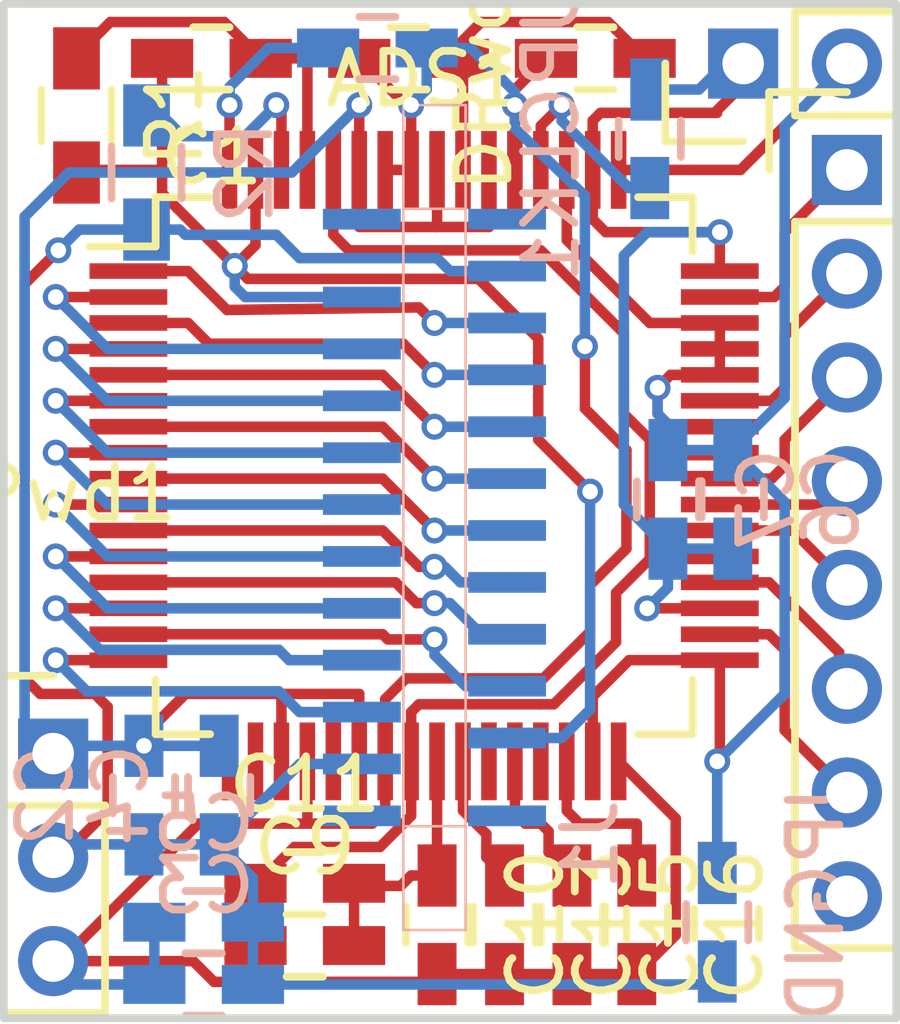
<source format=kicad_pcb>
(kicad_pcb (version 4) (host pcbnew 4.0.7)

  (general
    (links 92)
    (no_connects 0)
    (area 122.424999 90.674999 139.775001 110.375001)
    (thickness 1.6)
    (drawings 10)
    (tracks 368)
    (zones 0)
    (modules 25)
    (nets 50)
  )

  (page A4)
  (layers
    (0 F.Cu signal hide)
    (31 B.Cu signal)
    (32 B.Adhes user hide)
    (33 F.Adhes user hide)
    (34 B.Paste user hide)
    (35 F.Paste user hide)
    (36 B.SilkS user hide)
    (37 F.SilkS user hide)
    (38 B.Mask user hide)
    (39 F.Mask user hide)
    (40 Dwgs.User user hide)
    (41 Cmts.User user hide)
    (42 Eco1.User user hide)
    (43 Eco2.User user hide)
    (44 Edge.Cuts user)
    (45 Margin user hide)
    (46 B.CrtYd user hide)
    (47 F.CrtYd user hide)
    (48 B.Fab user hide)
    (49 F.Fab user hide)
  )

  (setup
    (last_trace_width 0.2032)
    (trace_clearance 0.2)
    (zone_clearance 0.508)
    (zone_45_only no)
    (trace_min 0.2)
    (segment_width 0.2)
    (edge_width 0.15)
    (via_size 0.5)
    (via_drill 0.3)
    (via_min_size 0.4)
    (via_min_drill 0.3)
    (uvia_size 0.5)
    (uvia_drill 0.3)
    (uvias_allowed no)
    (uvia_min_size 0.2)
    (uvia_min_drill 0.1)
    (pcb_text_width 0.3)
    (pcb_text_size 1.5 1.5)
    (mod_edge_width 0.15)
    (mod_text_size 1 1)
    (mod_text_width 0.15)
    (pad_size 1.524 1.524)
    (pad_drill 0.762)
    (pad_to_mask_clearance 0.2)
    (aux_axis_origin 0 0)
    (visible_elements FFFFFF9F)
    (pcbplotparams
      (layerselection 0x00030_80000001)
      (usegerberextensions false)
      (excludeedgelayer true)
      (linewidth 0.100000)
      (plotframeref false)
      (viasonmask false)
      (mode 1)
      (useauxorigin false)
      (hpglpennumber 1)
      (hpglpenspeed 20)
      (hpglpendiameter 15)
      (hpglpenoverlay 2)
      (psnegative false)
      (psa4output false)
      (plotreference true)
      (plotvalue true)
      (plotinvisibletext false)
      (padsonsilk false)
      (subtractmaskfromsilk false)
      (outputformat 1)
      (mirror false)
      (drillshape 1)
      (scaleselection 1)
      (outputdirectory ""))
  )

  (net 0 "")
  (net 1 /IN8N)
  (net 2 /IN8P)
  (net 3 /IN7N)
  (net 4 /IN7P)
  (net 5 /IN6N)
  (net 6 /IN6P)
  (net 7 /IN5N)
  (net 8 /IN5P)
  (net 9 /IN4N)
  (net 10 /IN4P)
  (net 11 /IN3N)
  (net 12 /IN3P)
  (net 13 /IN2N)
  (net 14 /IN2P)
  (net 15 /IN1N)
  (net 16 /IN1P)
  (net 17 /ADS1298/TESTP_PACE_OUT1)
  (net 18 /ADS1298/TESTN_PACE_OUT2)
  (net 19 /AVDD)
  (net 20 /AVSS)
  (net 21 /ADS1298/RLDREF)
  (net 22 "Net-(ADS1-Pad25)")
  (net 23 "Net-(ADS1-Pad26)")
  (net 24 "Net-(ADS1-Pad27)")
  (net 25 "Net-(ADS1-Pad28)")
  (net 26 "Net-(ADS1-Pad29)")
  (net 27 "Net-(ADS1-Pad30)")
  (net 28 /DGND)
  (net 29 /MOSI)
  (net 30 /DVDD)
  (net 31 /~RESET)
  (net 32 /CLK)
  (net 33 /START)
  (net 34 /~CS)
  (net 35 /SPI_CLK)
  (net 36 /MISO)
  (net 37 /~DRDY)
  (net 38 /CLKSEL)
  (net 39 "Net-(ADS1-Pad55)")
  (net 40 /ADS1298/RLDINV)
  (net 41 /ADS1298/RLDIN)
  (net 42 /RDLout)
  (net 43 "Net-(ADS1-Pad64)")
  (net 44 /AGND)
  (net 45 "Net-(J1-Pad42)")
  (net 46 "Net-(J1-Pad43)")
  (net 47 "Net-(J1-Pad41)")
  (net 48 "Net-(J1-Pad40)")
  (net 49 "Net-(SPI1-Pad8)")

  (net_class Default "This is the default net class."
    (clearance 0.2)
    (trace_width 0.2032)
    (via_dia 0.5)
    (via_drill 0.3)
    (uvia_dia 0.5)
    (uvia_drill 0.3)
    (add_net /ADS1298/RLDIN)
    (add_net /ADS1298/RLDINV)
    (add_net /ADS1298/RLDREF)
    (add_net /ADS1298/TESTN_PACE_OUT2)
    (add_net /ADS1298/TESTP_PACE_OUT1)
    (add_net /AGND)
    (add_net /AVDD)
    (add_net /AVSS)
    (add_net /CLK)
    (add_net /CLKSEL)
    (add_net /DGND)
    (add_net /DVDD)
    (add_net /IN1N)
    (add_net /IN1P)
    (add_net /IN2N)
    (add_net /IN2P)
    (add_net /IN3N)
    (add_net /IN3P)
    (add_net /IN4N)
    (add_net /IN4P)
    (add_net /IN5N)
    (add_net /IN5P)
    (add_net /IN6N)
    (add_net /IN6P)
    (add_net /IN7N)
    (add_net /IN7P)
    (add_net /IN8N)
    (add_net /IN8P)
    (add_net /MISO)
    (add_net /MOSI)
    (add_net /RDLout)
    (add_net /SPI_CLK)
    (add_net /START)
    (add_net /~CS)
    (add_net /~DRDY)
    (add_net /~RESET)
    (add_net "Net-(ADS1-Pad25)")
    (add_net "Net-(ADS1-Pad26)")
    (add_net "Net-(ADS1-Pad27)")
    (add_net "Net-(ADS1-Pad28)")
    (add_net "Net-(ADS1-Pad29)")
    (add_net "Net-(ADS1-Pad30)")
    (add_net "Net-(ADS1-Pad55)")
    (add_net "Net-(ADS1-Pad64)")
    (add_net "Net-(J1-Pad40)")
    (add_net "Net-(J1-Pad41)")
    (add_net "Net-(J1-Pad42)")
    (add_net "Net-(J1-Pad43)")
    (add_net "Net-(SPI1-Pad8)")
  )

  (module Housings_QFP:TQFP-64_10x10mm_Pitch0.5mm (layer F.Cu) (tedit 54130A77) (tstamp 5AD1005E)
    (at 130.6 99.65)
    (descr "64-Lead Plastic Thin Quad Flatpack (PT) - 10x10x1 mm Body, 2.00 mm Footprint [TQFP] (see Microchip Packaging Specification 00000049BS.pdf)")
    (tags "QFP 0.5")
    (path /5AD0D78A/5AD0DB25)
    (attr smd)
    (fp_text reference ADS1 (at 0 -7.45) (layer F.SilkS)
      (effects (font (size 1 1) (thickness 0.15)))
    )
    (fp_text value ADS1298 (at 0 7.45) (layer F.Fab)
      (effects (font (size 1 1) (thickness 0.15)))
    )
    (fp_text user %R (at 0 0) (layer F.Fab)
      (effects (font (size 1 1) (thickness 0.15)))
    )
    (fp_line (start -4 -5) (end 5 -5) (layer F.Fab) (width 0.15))
    (fp_line (start 5 -5) (end 5 5) (layer F.Fab) (width 0.15))
    (fp_line (start 5 5) (end -5 5) (layer F.Fab) (width 0.15))
    (fp_line (start -5 5) (end -5 -4) (layer F.Fab) (width 0.15))
    (fp_line (start -5 -4) (end -4 -5) (layer F.Fab) (width 0.15))
    (fp_line (start -6.7 -6.7) (end -6.7 6.7) (layer F.CrtYd) (width 0.05))
    (fp_line (start 6.7 -6.7) (end 6.7 6.7) (layer F.CrtYd) (width 0.05))
    (fp_line (start -6.7 -6.7) (end 6.7 -6.7) (layer F.CrtYd) (width 0.05))
    (fp_line (start -6.7 6.7) (end 6.7 6.7) (layer F.CrtYd) (width 0.05))
    (fp_line (start -5.175 -5.175) (end -5.175 -4.225) (layer F.SilkS) (width 0.15))
    (fp_line (start 5.175 -5.175) (end 5.175 -4.125) (layer F.SilkS) (width 0.15))
    (fp_line (start 5.175 5.175) (end 5.175 4.125) (layer F.SilkS) (width 0.15))
    (fp_line (start -5.175 5.175) (end -5.175 4.125) (layer F.SilkS) (width 0.15))
    (fp_line (start -5.175 -5.175) (end -4.125 -5.175) (layer F.SilkS) (width 0.15))
    (fp_line (start -5.175 5.175) (end -4.125 5.175) (layer F.SilkS) (width 0.15))
    (fp_line (start 5.175 5.175) (end 4.125 5.175) (layer F.SilkS) (width 0.15))
    (fp_line (start 5.175 -5.175) (end 4.125 -5.175) (layer F.SilkS) (width 0.15))
    (fp_line (start -5.175 -4.225) (end -6.45 -4.225) (layer F.SilkS) (width 0.15))
    (pad 1 smd rect (at -5.7 -3.75) (size 1.5 0.3) (layers F.Cu F.Paste F.Mask)
      (net 1 /IN8N))
    (pad 2 smd rect (at -5.7 -3.25) (size 1.5 0.3) (layers F.Cu F.Paste F.Mask)
      (net 2 /IN8P))
    (pad 3 smd rect (at -5.7 -2.75) (size 1.5 0.3) (layers F.Cu F.Paste F.Mask)
      (net 3 /IN7N))
    (pad 4 smd rect (at -5.7 -2.25) (size 1.5 0.3) (layers F.Cu F.Paste F.Mask)
      (net 4 /IN7P))
    (pad 5 smd rect (at -5.7 -1.75) (size 1.5 0.3) (layers F.Cu F.Paste F.Mask)
      (net 5 /IN6N))
    (pad 6 smd rect (at -5.7 -1.25) (size 1.5 0.3) (layers F.Cu F.Paste F.Mask)
      (net 6 /IN6P))
    (pad 7 smd rect (at -5.7 -0.75) (size 1.5 0.3) (layers F.Cu F.Paste F.Mask)
      (net 7 /IN5N))
    (pad 8 smd rect (at -5.7 -0.25) (size 1.5 0.3) (layers F.Cu F.Paste F.Mask)
      (net 8 /IN5P))
    (pad 9 smd rect (at -5.7 0.25) (size 1.5 0.3) (layers F.Cu F.Paste F.Mask)
      (net 9 /IN4N))
    (pad 10 smd rect (at -5.7 0.75) (size 1.5 0.3) (layers F.Cu F.Paste F.Mask)
      (net 10 /IN4P))
    (pad 11 smd rect (at -5.7 1.25) (size 1.5 0.3) (layers F.Cu F.Paste F.Mask)
      (net 11 /IN3N))
    (pad 12 smd rect (at -5.7 1.75) (size 1.5 0.3) (layers F.Cu F.Paste F.Mask)
      (net 12 /IN3P))
    (pad 13 smd rect (at -5.7 2.25) (size 1.5 0.3) (layers F.Cu F.Paste F.Mask)
      (net 13 /IN2N))
    (pad 14 smd rect (at -5.7 2.75) (size 1.5 0.3) (layers F.Cu F.Paste F.Mask)
      (net 14 /IN2P))
    (pad 15 smd rect (at -5.7 3.25) (size 1.5 0.3) (layers F.Cu F.Paste F.Mask)
      (net 15 /IN1N))
    (pad 16 smd rect (at -5.7 3.75) (size 1.5 0.3) (layers F.Cu F.Paste F.Mask)
      (net 16 /IN1P))
    (pad 17 smd rect (at -3.75 5.7 90) (size 1.5 0.3) (layers F.Cu F.Paste F.Mask)
      (net 17 /ADS1298/TESTP_PACE_OUT1))
    (pad 18 smd rect (at -3.25 5.7 90) (size 1.5 0.3) (layers F.Cu F.Paste F.Mask)
      (net 18 /ADS1298/TESTN_PACE_OUT2))
    (pad 19 smd rect (at -2.75 5.7 90) (size 1.5 0.3) (layers F.Cu F.Paste F.Mask)
      (net 19 /AVDD))
    (pad 20 smd rect (at -2.25 5.7 90) (size 1.5 0.3) (layers F.Cu F.Paste F.Mask)
      (net 20 /AVSS))
    (pad 21 smd rect (at -1.75 5.7 90) (size 1.5 0.3) (layers F.Cu F.Paste F.Mask)
      (net 19 /AVDD))
    (pad 22 smd rect (at -1.25 5.7 90) (size 1.5 0.3) (layers F.Cu F.Paste F.Mask)
      (net 19 /AVDD))
    (pad 23 smd rect (at -0.75 5.7 90) (size 1.5 0.3) (layers F.Cu F.Paste F.Mask)
      (net 20 /AVSS))
    (pad 24 smd rect (at -0.25 5.7 90) (size 1.5 0.3) (layers F.Cu F.Paste F.Mask)
      (net 21 /ADS1298/RLDREF))
    (pad 25 smd rect (at 0.25 5.7 90) (size 1.5 0.3) (layers F.Cu F.Paste F.Mask)
      (net 22 "Net-(ADS1-Pad25)"))
    (pad 26 smd rect (at 0.75 5.7 90) (size 1.5 0.3) (layers F.Cu F.Paste F.Mask)
      (net 23 "Net-(ADS1-Pad26)"))
    (pad 27 smd rect (at 1.25 5.7 90) (size 1.5 0.3) (layers F.Cu F.Paste F.Mask)
      (net 24 "Net-(ADS1-Pad27)"))
    (pad 28 smd rect (at 1.75 5.7 90) (size 1.5 0.3) (layers F.Cu F.Paste F.Mask)
      (net 25 "Net-(ADS1-Pad28)"))
    (pad 29 smd rect (at 2.25 5.7 90) (size 1.5 0.3) (layers F.Cu F.Paste F.Mask)
      (net 26 "Net-(ADS1-Pad29)"))
    (pad 30 smd rect (at 2.75 5.7 90) (size 1.5 0.3) (layers F.Cu F.Paste F.Mask)
      (net 27 "Net-(ADS1-Pad30)"))
    (pad 31 smd rect (at 3.25 5.7 90) (size 1.5 0.3) (layers F.Cu F.Paste F.Mask)
      (net 28 /DGND))
    (pad 32 smd rect (at 3.75 5.7 90) (size 1.5 0.3) (layers F.Cu F.Paste F.Mask)
      (net 20 /AVSS))
    (pad 33 smd rect (at 5.7 3.75) (size 1.5 0.3) (layers F.Cu F.Paste F.Mask)
      (net 28 /DGND))
    (pad 34 smd rect (at 5.7 3.25) (size 1.5 0.3) (layers F.Cu F.Paste F.Mask)
      (net 29 /MOSI))
    (pad 35 smd rect (at 5.7 2.75) (size 1.5 0.3) (layers F.Cu F.Paste F.Mask)
      (net 30 /DVDD))
    (pad 36 smd rect (at 5.7 2.25) (size 1.5 0.3) (layers F.Cu F.Paste F.Mask)
      (net 31 /~RESET))
    (pad 37 smd rect (at 5.7 1.75) (size 1.5 0.3) (layers F.Cu F.Paste F.Mask)
      (net 32 /CLK))
    (pad 38 smd rect (at 5.7 1.25) (size 1.5 0.3) (layers F.Cu F.Paste F.Mask)
      (net 33 /START))
    (pad 39 smd rect (at 5.7 0.75) (size 1.5 0.3) (layers F.Cu F.Paste F.Mask)
      (net 34 /~CS))
    (pad 40 smd rect (at 5.7 0.25) (size 1.5 0.3) (layers F.Cu F.Paste F.Mask)
      (net 35 /SPI_CLK))
    (pad 41 smd rect (at 5.7 -0.25) (size 1.5 0.3) (layers F.Cu F.Paste F.Mask)
      (net 28 /DGND))
    (pad 42 smd rect (at 5.7 -0.75) (size 1.5 0.3) (layers F.Cu F.Paste F.Mask)
      (net 28 /DGND))
    (pad 43 smd rect (at 5.7 -1.25) (size 1.5 0.3) (layers F.Cu F.Paste F.Mask)
      (net 36 /MISO))
    (pad 44 smd rect (at 5.7 -1.75) (size 1.5 0.3) (layers F.Cu F.Paste F.Mask)
      (net 28 /DGND))
    (pad 45 smd rect (at 5.7 -2.25) (size 1.5 0.3) (layers F.Cu F.Paste F.Mask)
      (net 28 /DGND))
    (pad 46 smd rect (at 5.7 -2.75) (size 1.5 0.3) (layers F.Cu F.Paste F.Mask)
      (net 28 /DGND))
    (pad 47 smd rect (at 5.7 -3.25) (size 1.5 0.3) (layers F.Cu F.Paste F.Mask)
      (net 37 /~DRDY))
    (pad 48 smd rect (at 5.7 -3.75) (size 1.5 0.3) (layers F.Cu F.Paste F.Mask)
      (net 30 /DVDD))
    (pad 49 smd rect (at 3.75 -5.7 90) (size 1.5 0.3) (layers F.Cu F.Paste F.Mask)
      (net 28 /DGND))
    (pad 50 smd rect (at 3.25 -5.7 90) (size 1.5 0.3) (layers F.Cu F.Paste F.Mask)
      (net 30 /DVDD))
    (pad 51 smd rect (at 2.75 -5.7 90) (size 1.5 0.3) (layers F.Cu F.Paste F.Mask)
      (net 28 /DGND))
    (pad 52 smd rect (at 2.25 -5.7 90) (size 1.5 0.3) (layers F.Cu F.Paste F.Mask)
      (net 38 /CLKSEL))
    (pad 53 smd rect (at 1.75 -5.7 90) (size 1.5 0.3) (layers F.Cu F.Paste F.Mask)
      (net 20 /AVSS))
    (pad 54 smd rect (at 1.25 -5.7 90) (size 1.5 0.3) (layers F.Cu F.Paste F.Mask)
      (net 19 /AVDD))
    (pad 55 smd rect (at 0.75 -5.7 90) (size 1.5 0.3) (layers F.Cu F.Paste F.Mask)
      (net 39 "Net-(ADS1-Pad55)"))
    (pad 56 smd rect (at 0.25 -5.7 90) (size 1.5 0.3) (layers F.Cu F.Paste F.Mask)
      (net 19 /AVDD))
    (pad 57 smd rect (at -0.25 -5.7 90) (size 1.5 0.3) (layers F.Cu F.Paste F.Mask)
      (net 20 /AVSS))
    (pad 58 smd rect (at -0.75 -5.7 90) (size 1.5 0.3) (layers F.Cu F.Paste F.Mask)
      (net 20 /AVSS))
    (pad 59 smd rect (at -1.25 -5.7 90) (size 1.5 0.3) (layers F.Cu F.Paste F.Mask)
      (net 19 /AVDD))
    (pad 60 smd rect (at -1.75 -5.7 90) (size 1.5 0.3) (layers F.Cu F.Paste F.Mask)
      (net 21 /ADS1298/RLDREF))
    (pad 61 smd rect (at -2.25 -5.7 90) (size 1.5 0.3) (layers F.Cu F.Paste F.Mask)
      (net 40 /ADS1298/RLDINV))
    (pad 62 smd rect (at -2.75 -5.7 90) (size 1.5 0.3) (layers F.Cu F.Paste F.Mask)
      (net 41 /ADS1298/RLDIN))
    (pad 63 smd rect (at -3.25 -5.7 90) (size 1.5 0.3) (layers F.Cu F.Paste F.Mask)
      (net 42 /RDLout))
    (pad 64 smd rect (at -3.75 -5.7 90) (size 1.5 0.3) (layers F.Cu F.Paste F.Mask)
      (net 43 "Net-(ADS1-Pad64)"))
    (model Housings_QFP.3dshapes/TQFP-64_10x10mm_Pitch0.5mm.wrl
      (at (xyz 0 0 0))
      (scale (xyz 1 1 1))
      (rotate (xyz 0 0 0))
    )
  )

  (module Pin_Headers:Pin_Header_Straight_1x03_Pitch2.00mm (layer F.Cu) (tedit 56FA75DA) (tstamp 5AD10065)
    (at 123.45 105.2)
    (descr "Through hole pin header, 1x03, 2.00mm pitch, single row")
    (tags "pin header single row")
    (path /5AD21670)
    (fp_text reference APwd1 (at 0 -5) (layer F.SilkS)
      (effects (font (size 1 1) (thickness 0.15)))
    )
    (fp_text value Conn_01x03 (at 0 -3) (layer F.Fab)
      (effects (font (size 1 1) (thickness 0.15)))
    )
    (fp_line (start -1 1) (end 1 1) (layer F.SilkS) (width 0.15))
    (fp_line (start 1 1) (end 1 5) (layer F.SilkS) (width 0.15))
    (fp_line (start 1 5) (end -1 5) (layer F.SilkS) (width 0.15))
    (fp_line (start -1 5) (end -1 1) (layer F.SilkS) (width 0.15))
    (fp_line (start -1.6 -1.6) (end 1.6 -1.6) (layer F.CrtYd) (width 0.05))
    (fp_line (start 1.6 -1.6) (end 1.6 5.6) (layer F.CrtYd) (width 0.05))
    (fp_line (start 1.6 5.6) (end -1.6 5.6) (layer F.CrtYd) (width 0.05))
    (fp_line (start -1.6 5.6) (end -1.6 -1.6) (layer F.CrtYd) (width 0.05))
    (fp_line (start -1.5 0) (end -1.5 -1.5) (layer F.SilkS) (width 0.15))
    (fp_line (start -1.5 -1.5) (end 0 -1.5) (layer F.SilkS) (width 0.15))
    (pad 1 thru_hole rect (at 0 0) (size 1.35 1.35) (drill 0.8) (layers *.Cu *.Mask)
      (net 19 /AVDD))
    (pad 2 thru_hole circle (at 0 2) (size 1.35 1.35) (drill 0.8) (layers *.Cu *.Mask)
      (net 44 /AGND))
    (pad 3 thru_hole circle (at 0 4) (size 1.35 1.35) (drill 0.8) (layers *.Cu *.Mask)
      (net 20 /AVSS))
    (model Pin_Headers.3dshapes/Pin_Header_Straight_1x03_Pitch2.00mm.wrl
      (at (xyz 0 0 0))
      (scale (xyz 1 1 1))
      (rotate (xyz 0 0 0))
    )
  )

  (module Capacitors_SMD:C_0603_HandSoldering (layer F.Cu) (tedit 541A9B4D) (tstamp 5AD1006B)
    (at 126.5 91.8 180)
    (descr "Capacitor SMD 0603, hand soldering")
    (tags "capacitor 0603")
    (path /5AD0D78A/5AD0DB27)
    (attr smd)
    (fp_text reference C1 (at 0 -1.9 180) (layer F.SilkS)
      (effects (font (size 1 1) (thickness 0.15)))
    )
    (fp_text value 1nf (at 0 1.9 180) (layer F.Fab)
      (effects (font (size 1 1) (thickness 0.15)))
    )
    (fp_line (start -0.8 0.4) (end -0.8 -0.4) (layer F.Fab) (width 0.15))
    (fp_line (start 0.8 0.4) (end -0.8 0.4) (layer F.Fab) (width 0.15))
    (fp_line (start 0.8 -0.4) (end 0.8 0.4) (layer F.Fab) (width 0.15))
    (fp_line (start -0.8 -0.4) (end 0.8 -0.4) (layer F.Fab) (width 0.15))
    (fp_line (start -1.85 -0.75) (end 1.85 -0.75) (layer F.CrtYd) (width 0.05))
    (fp_line (start -1.85 0.75) (end 1.85 0.75) (layer F.CrtYd) (width 0.05))
    (fp_line (start -1.85 -0.75) (end -1.85 0.75) (layer F.CrtYd) (width 0.05))
    (fp_line (start 1.85 -0.75) (end 1.85 0.75) (layer F.CrtYd) (width 0.05))
    (fp_line (start -0.35 -0.6) (end 0.35 -0.6) (layer F.SilkS) (width 0.15))
    (fp_line (start 0.35 0.6) (end -0.35 0.6) (layer F.SilkS) (width 0.15))
    (pad 1 smd rect (at -0.95 0 180) (size 1.2 0.75) (layers F.Cu F.Paste F.Mask)
      (net 40 /ADS1298/RLDINV))
    (pad 2 smd rect (at 0.95 0 180) (size 1.2 0.75) (layers F.Cu F.Paste F.Mask)
      (net 42 /RDLout))
    (model Capacitors_SMD.3dshapes/C_0603_HandSoldering.wrl
      (at (xyz 0 0 0))
      (scale (xyz 1 1 1))
      (rotate (xyz 0 0 0))
    )
  )

  (module Capacitors_SMD:C_0603_HandSoldering (layer B.Cu) (tedit 541A9B4D) (tstamp 5AD10071)
    (at 125.2 106 270)
    (descr "Capacitor SMD 0603, hand soldering")
    (tags "capacitor 0603")
    (path /5AD0D78A/5AD0DB2E)
    (attr smd)
    (fp_text reference C2 (at 0 1.9 270) (layer B.SilkS)
      (effects (font (size 1 1) (thickness 0.15)) (justify mirror))
    )
    (fp_text value 1uF (at 0 -1.9 270) (layer B.Fab)
      (effects (font (size 1 1) (thickness 0.15)) (justify mirror))
    )
    (fp_line (start -0.8 -0.4) (end -0.8 0.4) (layer B.Fab) (width 0.15))
    (fp_line (start 0.8 -0.4) (end -0.8 -0.4) (layer B.Fab) (width 0.15))
    (fp_line (start 0.8 0.4) (end 0.8 -0.4) (layer B.Fab) (width 0.15))
    (fp_line (start -0.8 0.4) (end 0.8 0.4) (layer B.Fab) (width 0.15))
    (fp_line (start -1.85 0.75) (end 1.85 0.75) (layer B.CrtYd) (width 0.05))
    (fp_line (start -1.85 -0.75) (end 1.85 -0.75) (layer B.CrtYd) (width 0.05))
    (fp_line (start -1.85 0.75) (end -1.85 -0.75) (layer B.CrtYd) (width 0.05))
    (fp_line (start 1.85 0.75) (end 1.85 -0.75) (layer B.CrtYd) (width 0.05))
    (fp_line (start -0.35 0.6) (end 0.35 0.6) (layer B.SilkS) (width 0.15))
    (fp_line (start 0.35 -0.6) (end -0.35 -0.6) (layer B.SilkS) (width 0.15))
    (pad 1 smd rect (at -0.95 0 270) (size 1.2 0.75) (layers B.Cu B.Paste B.Mask)
      (net 19 /AVDD))
    (pad 2 smd rect (at 0.95 0 270) (size 1.2 0.75) (layers B.Cu B.Paste B.Mask)
      (net 44 /AGND))
    (model Capacitors_SMD.3dshapes/C_0603_HandSoldering.wrl
      (at (xyz 0 0 0))
      (scale (xyz 1 1 1))
      (rotate (xyz 0 0 0))
    )
  )

  (module Capacitors_SMD:C_0603_HandSoldering (layer B.Cu) (tedit 541A9B4D) (tstamp 5AD10077)
    (at 126.35 109.65 180)
    (descr "Capacitor SMD 0603, hand soldering")
    (tags "capacitor 0603")
    (path /5AD0D78A/5AD0DB30)
    (attr smd)
    (fp_text reference C3 (at 0 1.9 180) (layer B.SilkS)
      (effects (font (size 1 1) (thickness 0.15)) (justify mirror))
    )
    (fp_text value 1uF (at 0 -1.9 180) (layer B.Fab)
      (effects (font (size 1 1) (thickness 0.15)) (justify mirror))
    )
    (fp_line (start -0.8 -0.4) (end -0.8 0.4) (layer B.Fab) (width 0.15))
    (fp_line (start 0.8 -0.4) (end -0.8 -0.4) (layer B.Fab) (width 0.15))
    (fp_line (start 0.8 0.4) (end 0.8 -0.4) (layer B.Fab) (width 0.15))
    (fp_line (start -0.8 0.4) (end 0.8 0.4) (layer B.Fab) (width 0.15))
    (fp_line (start -1.85 0.75) (end 1.85 0.75) (layer B.CrtYd) (width 0.05))
    (fp_line (start -1.85 -0.75) (end 1.85 -0.75) (layer B.CrtYd) (width 0.05))
    (fp_line (start -1.85 0.75) (end -1.85 -0.75) (layer B.CrtYd) (width 0.05))
    (fp_line (start 1.85 0.75) (end 1.85 -0.75) (layer B.CrtYd) (width 0.05))
    (fp_line (start -0.35 0.6) (end 0.35 0.6) (layer B.SilkS) (width 0.15))
    (fp_line (start 0.35 -0.6) (end -0.35 -0.6) (layer B.SilkS) (width 0.15))
    (pad 1 smd rect (at -0.95 0 180) (size 1.2 0.75) (layers B.Cu B.Paste B.Mask)
      (net 44 /AGND))
    (pad 2 smd rect (at 0.95 0 180) (size 1.2 0.75) (layers B.Cu B.Paste B.Mask)
      (net 20 /AVSS))
    (model Capacitors_SMD.3dshapes/C_0603_HandSoldering.wrl
      (at (xyz 0 0 0))
      (scale (xyz 1 1 1))
      (rotate (xyz 0 0 0))
    )
  )

  (module Capacitors_SMD:C_0603_HandSoldering (layer B.Cu) (tedit 541A9B4D) (tstamp 5AD1007D)
    (at 126.65 106 270)
    (descr "Capacitor SMD 0603, hand soldering")
    (tags "capacitor 0603")
    (path /5AD0D78A/5AD0DB2D)
    (attr smd)
    (fp_text reference C4 (at 0 1.9 270) (layer B.SilkS)
      (effects (font (size 1 1) (thickness 0.15)) (justify mirror))
    )
    (fp_text value 0.1uF (at 0 -1.9 270) (layer B.Fab)
      (effects (font (size 1 1) (thickness 0.15)) (justify mirror))
    )
    (fp_line (start -0.8 -0.4) (end -0.8 0.4) (layer B.Fab) (width 0.15))
    (fp_line (start 0.8 -0.4) (end -0.8 -0.4) (layer B.Fab) (width 0.15))
    (fp_line (start 0.8 0.4) (end 0.8 -0.4) (layer B.Fab) (width 0.15))
    (fp_line (start -0.8 0.4) (end 0.8 0.4) (layer B.Fab) (width 0.15))
    (fp_line (start -1.85 0.75) (end 1.85 0.75) (layer B.CrtYd) (width 0.05))
    (fp_line (start -1.85 -0.75) (end 1.85 -0.75) (layer B.CrtYd) (width 0.05))
    (fp_line (start -1.85 0.75) (end -1.85 -0.75) (layer B.CrtYd) (width 0.05))
    (fp_line (start 1.85 0.75) (end 1.85 -0.75) (layer B.CrtYd) (width 0.05))
    (fp_line (start -0.35 0.6) (end 0.35 0.6) (layer B.SilkS) (width 0.15))
    (fp_line (start 0.35 -0.6) (end -0.35 -0.6) (layer B.SilkS) (width 0.15))
    (pad 1 smd rect (at -0.95 0 270) (size 1.2 0.75) (layers B.Cu B.Paste B.Mask)
      (net 19 /AVDD))
    (pad 2 smd rect (at 0.95 0 270) (size 1.2 0.75) (layers B.Cu B.Paste B.Mask)
      (net 44 /AGND))
    (model Capacitors_SMD.3dshapes/C_0603_HandSoldering.wrl
      (at (xyz 0 0 0))
      (scale (xyz 1 1 1))
      (rotate (xyz 0 0 0))
    )
  )

  (module Capacitors_SMD:C_0603_HandSoldering (layer B.Cu) (tedit 541A9B4D) (tstamp 5AD10083)
    (at 126.35 108.45 180)
    (descr "Capacitor SMD 0603, hand soldering")
    (tags "capacitor 0603")
    (path /5AD0D78A/5AD0DB2F)
    (attr smd)
    (fp_text reference C5 (at 0 1.9 180) (layer B.SilkS)
      (effects (font (size 1 1) (thickness 0.15)) (justify mirror))
    )
    (fp_text value 0.1uF (at 0 -1.9 180) (layer B.Fab)
      (effects (font (size 1 1) (thickness 0.15)) (justify mirror))
    )
    (fp_line (start -0.8 -0.4) (end -0.8 0.4) (layer B.Fab) (width 0.15))
    (fp_line (start 0.8 -0.4) (end -0.8 -0.4) (layer B.Fab) (width 0.15))
    (fp_line (start 0.8 0.4) (end 0.8 -0.4) (layer B.Fab) (width 0.15))
    (fp_line (start -0.8 0.4) (end 0.8 0.4) (layer B.Fab) (width 0.15))
    (fp_line (start -1.85 0.75) (end 1.85 0.75) (layer B.CrtYd) (width 0.05))
    (fp_line (start -1.85 -0.75) (end 1.85 -0.75) (layer B.CrtYd) (width 0.05))
    (fp_line (start -1.85 0.75) (end -1.85 -0.75) (layer B.CrtYd) (width 0.05))
    (fp_line (start 1.85 0.75) (end 1.85 -0.75) (layer B.CrtYd) (width 0.05))
    (fp_line (start -0.35 0.6) (end 0.35 0.6) (layer B.SilkS) (width 0.15))
    (fp_line (start 0.35 -0.6) (end -0.35 -0.6) (layer B.SilkS) (width 0.15))
    (pad 1 smd rect (at -0.95 0 180) (size 1.2 0.75) (layers B.Cu B.Paste B.Mask)
      (net 44 /AGND))
    (pad 2 smd rect (at 0.95 0 180) (size 1.2 0.75) (layers B.Cu B.Paste B.Mask)
      (net 20 /AVSS))
    (model Capacitors_SMD.3dshapes/C_0603_HandSoldering.wrl
      (at (xyz 0 0 0))
      (scale (xyz 1 1 1))
      (rotate (xyz 0 0 0))
    )
  )

  (module Capacitors_SMD:C_0603_HandSoldering (layer B.Cu) (tedit 541A9B4D) (tstamp 5AD10089)
    (at 136.55 100.3 90)
    (descr "Capacitor SMD 0603, hand soldering")
    (tags "capacitor 0603")
    (path /5AD0D78A/5AD0DB32)
    (attr smd)
    (fp_text reference C6 (at 0 1.9 90) (layer B.SilkS)
      (effects (font (size 1 1) (thickness 0.15)) (justify mirror))
    )
    (fp_text value 1uF (at 0 -1.9 90) (layer B.Fab)
      (effects (font (size 1 1) (thickness 0.15)) (justify mirror))
    )
    (fp_line (start -0.8 -0.4) (end -0.8 0.4) (layer B.Fab) (width 0.15))
    (fp_line (start 0.8 -0.4) (end -0.8 -0.4) (layer B.Fab) (width 0.15))
    (fp_line (start 0.8 0.4) (end 0.8 -0.4) (layer B.Fab) (width 0.15))
    (fp_line (start -0.8 0.4) (end 0.8 0.4) (layer B.Fab) (width 0.15))
    (fp_line (start -1.85 0.75) (end 1.85 0.75) (layer B.CrtYd) (width 0.05))
    (fp_line (start -1.85 -0.75) (end 1.85 -0.75) (layer B.CrtYd) (width 0.05))
    (fp_line (start -1.85 0.75) (end -1.85 -0.75) (layer B.CrtYd) (width 0.05))
    (fp_line (start 1.85 0.75) (end 1.85 -0.75) (layer B.CrtYd) (width 0.05))
    (fp_line (start -0.35 0.6) (end 0.35 0.6) (layer B.SilkS) (width 0.15))
    (fp_line (start 0.35 -0.6) (end -0.35 -0.6) (layer B.SilkS) (width 0.15))
    (pad 1 smd rect (at -0.95 0 90) (size 1.2 0.75) (layers B.Cu B.Paste B.Mask)
      (net 30 /DVDD))
    (pad 2 smd rect (at 0.95 0 90) (size 1.2 0.75) (layers B.Cu B.Paste B.Mask)
      (net 28 /DGND))
    (model Capacitors_SMD.3dshapes/C_0603_HandSoldering.wrl
      (at (xyz 0 0 0))
      (scale (xyz 1 1 1))
      (rotate (xyz 0 0 0))
    )
  )

  (module Capacitors_SMD:C_0603_HandSoldering (layer B.Cu) (tedit 541A9B4D) (tstamp 5AD1008F)
    (at 135.3 100.3 90)
    (descr "Capacitor SMD 0603, hand soldering")
    (tags "capacitor 0603")
    (path /5AD0D78A/5AD0DB31)
    (attr smd)
    (fp_text reference C7 (at 0 1.9 90) (layer B.SilkS)
      (effects (font (size 1 1) (thickness 0.15)) (justify mirror))
    )
    (fp_text value 0.1uF (at 0 -1.9 90) (layer B.Fab)
      (effects (font (size 1 1) (thickness 0.15)) (justify mirror))
    )
    (fp_line (start -0.8 -0.4) (end -0.8 0.4) (layer B.Fab) (width 0.15))
    (fp_line (start 0.8 -0.4) (end -0.8 -0.4) (layer B.Fab) (width 0.15))
    (fp_line (start 0.8 0.4) (end 0.8 -0.4) (layer B.Fab) (width 0.15))
    (fp_line (start -0.8 0.4) (end 0.8 0.4) (layer B.Fab) (width 0.15))
    (fp_line (start -1.85 0.75) (end 1.85 0.75) (layer B.CrtYd) (width 0.05))
    (fp_line (start -1.85 -0.75) (end 1.85 -0.75) (layer B.CrtYd) (width 0.05))
    (fp_line (start -1.85 0.75) (end -1.85 -0.75) (layer B.CrtYd) (width 0.05))
    (fp_line (start 1.85 0.75) (end 1.85 -0.75) (layer B.CrtYd) (width 0.05))
    (fp_line (start -0.35 0.6) (end 0.35 0.6) (layer B.SilkS) (width 0.15))
    (fp_line (start 0.35 -0.6) (end -0.35 -0.6) (layer B.SilkS) (width 0.15))
    (pad 1 smd rect (at -0.95 0 90) (size 1.2 0.75) (layers B.Cu B.Paste B.Mask)
      (net 30 /DVDD))
    (pad 2 smd rect (at 0.95 0 90) (size 1.2 0.75) (layers B.Cu B.Paste B.Mask)
      (net 28 /DGND))
    (model Capacitors_SMD.3dshapes/C_0603_HandSoldering.wrl
      (at (xyz 0 0 0))
      (scale (xyz 1 1 1))
      (rotate (xyz 0 0 0))
    )
  )

  (module Capacitors_SMD:C_0603_HandSoldering (layer B.Cu) (tedit 541A9B4D) (tstamp 5AD10095)
    (at 129.7 91.6 180)
    (descr "Capacitor SMD 0603, hand soldering")
    (tags "capacitor 0603")
    (path /5AD0D78A/5AD0DB35)
    (attr smd)
    (fp_text reference C8 (at 0 1.9 180) (layer B.SilkS)
      (effects (font (size 1 1) (thickness 0.15)) (justify mirror))
    )
    (fp_text value 100pf (at 0 -1.9 180) (layer B.Fab)
      (effects (font (size 1 1) (thickness 0.15)) (justify mirror))
    )
    (fp_line (start -0.8 -0.4) (end -0.8 0.4) (layer B.Fab) (width 0.15))
    (fp_line (start 0.8 -0.4) (end -0.8 -0.4) (layer B.Fab) (width 0.15))
    (fp_line (start 0.8 0.4) (end 0.8 -0.4) (layer B.Fab) (width 0.15))
    (fp_line (start -0.8 0.4) (end 0.8 0.4) (layer B.Fab) (width 0.15))
    (fp_line (start -1.85 0.75) (end 1.85 0.75) (layer B.CrtYd) (width 0.05))
    (fp_line (start -1.85 -0.75) (end 1.85 -0.75) (layer B.CrtYd) (width 0.05))
    (fp_line (start -1.85 0.75) (end -1.85 -0.75) (layer B.CrtYd) (width 0.05))
    (fp_line (start 1.85 0.75) (end 1.85 -0.75) (layer B.CrtYd) (width 0.05))
    (fp_line (start -0.35 0.6) (end 0.35 0.6) (layer B.SilkS) (width 0.15))
    (fp_line (start 0.35 -0.6) (end -0.35 -0.6) (layer B.SilkS) (width 0.15))
    (pad 1 smd rect (at -0.95 0 180) (size 1.2 0.75) (layers B.Cu B.Paste B.Mask)
      (net 20 /AVSS))
    (pad 2 smd rect (at 0.95 0 180) (size 1.2 0.75) (layers B.Cu B.Paste B.Mask)
      (net 43 "Net-(ADS1-Pad64)"))
    (model Capacitors_SMD.3dshapes/C_0603_HandSoldering.wrl
      (at (xyz 0 0 0))
      (scale (xyz 1 1 1))
      (rotate (xyz 0 0 0))
    )
  )

  (module Capacitors_SMD:C_0603_HandSoldering (layer F.Cu) (tedit 541A9B4D) (tstamp 5AD1009B)
    (at 128.3 108.9)
    (descr "Capacitor SMD 0603, hand soldering")
    (tags "capacitor 0603")
    (path /5AD0D78A/5AD0DB2B)
    (attr smd)
    (fp_text reference C9 (at 0 -1.9) (layer F.SilkS)
      (effects (font (size 1 1) (thickness 0.15)))
    )
    (fp_text value 0.1uF (at 0 1.9) (layer F.Fab)
      (effects (font (size 1 1) (thickness 0.15)))
    )
    (fp_line (start -0.8 0.4) (end -0.8 -0.4) (layer F.Fab) (width 0.15))
    (fp_line (start 0.8 0.4) (end -0.8 0.4) (layer F.Fab) (width 0.15))
    (fp_line (start 0.8 -0.4) (end 0.8 0.4) (layer F.Fab) (width 0.15))
    (fp_line (start -0.8 -0.4) (end 0.8 -0.4) (layer F.Fab) (width 0.15))
    (fp_line (start -1.85 -0.75) (end 1.85 -0.75) (layer F.CrtYd) (width 0.05))
    (fp_line (start -1.85 0.75) (end 1.85 0.75) (layer F.CrtYd) (width 0.05))
    (fp_line (start -1.85 -0.75) (end -1.85 0.75) (layer F.CrtYd) (width 0.05))
    (fp_line (start 1.85 -0.75) (end 1.85 0.75) (layer F.CrtYd) (width 0.05))
    (fp_line (start -0.35 -0.6) (end 0.35 -0.6) (layer F.SilkS) (width 0.15))
    (fp_line (start 0.35 0.6) (end -0.35 0.6) (layer F.SilkS) (width 0.15))
    (pad 1 smd rect (at -0.95 0) (size 1.2 0.75) (layers F.Cu F.Paste F.Mask)
      (net 21 /ADS1298/RLDREF))
    (pad 2 smd rect (at 0.95 0) (size 1.2 0.75) (layers F.Cu F.Paste F.Mask)
      (net 22 "Net-(ADS1-Pad25)"))
    (model Capacitors_SMD.3dshapes/C_0603_HandSoldering.wrl
      (at (xyz 0 0 0))
      (scale (xyz 1 1 1))
      (rotate (xyz 0 0 0))
    )
  )

  (module Capacitors_SMD:C_0603_HandSoldering (layer F.Cu) (tedit 541A9B4D) (tstamp 5AD100A1)
    (at 130.85 108.5 270)
    (descr "Capacitor SMD 0603, hand soldering")
    (tags "capacitor 0603")
    (path /5AD0D78A/5AD1A7C2)
    (attr smd)
    (fp_text reference C10 (at 0 -1.9 270) (layer F.SilkS)
      (effects (font (size 1 1) (thickness 0.15)))
    )
    (fp_text value 1uF (at 0 1.9 270) (layer F.Fab)
      (effects (font (size 1 1) (thickness 0.15)))
    )
    (fp_line (start -0.8 0.4) (end -0.8 -0.4) (layer F.Fab) (width 0.15))
    (fp_line (start 0.8 0.4) (end -0.8 0.4) (layer F.Fab) (width 0.15))
    (fp_line (start 0.8 -0.4) (end 0.8 0.4) (layer F.Fab) (width 0.15))
    (fp_line (start -0.8 -0.4) (end 0.8 -0.4) (layer F.Fab) (width 0.15))
    (fp_line (start -1.85 -0.75) (end 1.85 -0.75) (layer F.CrtYd) (width 0.05))
    (fp_line (start -1.85 0.75) (end 1.85 0.75) (layer F.CrtYd) (width 0.05))
    (fp_line (start -1.85 -0.75) (end -1.85 0.75) (layer F.CrtYd) (width 0.05))
    (fp_line (start 1.85 -0.75) (end 1.85 0.75) (layer F.CrtYd) (width 0.05))
    (fp_line (start -0.35 -0.6) (end 0.35 -0.6) (layer F.SilkS) (width 0.15))
    (fp_line (start 0.35 0.6) (end -0.35 0.6) (layer F.SilkS) (width 0.15))
    (pad 1 smd rect (at -0.95 0 270) (size 1.2 0.75) (layers F.Cu F.Paste F.Mask)
      (net 22 "Net-(ADS1-Pad25)"))
    (pad 2 smd rect (at 0.95 0 270) (size 1.2 0.75) (layers F.Cu F.Paste F.Mask)
      (net 20 /AVSS))
    (model Capacitors_SMD.3dshapes/C_0603_HandSoldering.wrl
      (at (xyz 0 0 0))
      (scale (xyz 1 1 1))
      (rotate (xyz 0 0 0))
    )
  )

  (module Capacitors_SMD:C_0603_HandSoldering (layer F.Cu) (tedit 541A9B4D) (tstamp 5AD100A7)
    (at 128.3 107.7)
    (descr "Capacitor SMD 0603, hand soldering")
    (tags "capacitor 0603")
    (path /5AD0D78A/5AD0DB2A)
    (attr smd)
    (fp_text reference C11 (at 0 -1.9) (layer F.SilkS)
      (effects (font (size 1 1) (thickness 0.15)))
    )
    (fp_text value 10uF (at 0 1.9) (layer F.Fab)
      (effects (font (size 1 1) (thickness 0.15)))
    )
    (fp_line (start -0.8 0.4) (end -0.8 -0.4) (layer F.Fab) (width 0.15))
    (fp_line (start 0.8 0.4) (end -0.8 0.4) (layer F.Fab) (width 0.15))
    (fp_line (start 0.8 -0.4) (end 0.8 0.4) (layer F.Fab) (width 0.15))
    (fp_line (start -0.8 -0.4) (end 0.8 -0.4) (layer F.Fab) (width 0.15))
    (fp_line (start -1.85 -0.75) (end 1.85 -0.75) (layer F.CrtYd) (width 0.05))
    (fp_line (start -1.85 0.75) (end 1.85 0.75) (layer F.CrtYd) (width 0.05))
    (fp_line (start -1.85 -0.75) (end -1.85 0.75) (layer F.CrtYd) (width 0.05))
    (fp_line (start 1.85 -0.75) (end 1.85 0.75) (layer F.CrtYd) (width 0.05))
    (fp_line (start -0.35 -0.6) (end 0.35 -0.6) (layer F.SilkS) (width 0.15))
    (fp_line (start 0.35 0.6) (end -0.35 0.6) (layer F.SilkS) (width 0.15))
    (pad 1 smd rect (at -0.95 0) (size 1.2 0.75) (layers F.Cu F.Paste F.Mask)
      (net 21 /ADS1298/RLDREF))
    (pad 2 smd rect (at 0.95 0) (size 1.2 0.75) (layers F.Cu F.Paste F.Mask)
      (net 22 "Net-(ADS1-Pad25)"))
    (model Capacitors_SMD.3dshapes/C_0603_HandSoldering.wrl
      (at (xyz 0 0 0))
      (scale (xyz 1 1 1))
      (rotate (xyz 0 0 0))
    )
  )

  (module Capacitors_SMD:C_0603_HandSoldering (layer F.Cu) (tedit 541A9B4D) (tstamp 5AD100AD)
    (at 130.3 91.8)
    (descr "Capacitor SMD 0603, hand soldering")
    (tags "capacitor 0603")
    (path /5AD0D78A/5AD0DB34)
    (attr smd)
    (fp_text reference C12 (at 0 -1.9) (layer F.SilkS)
      (effects (font (size 1 1) (thickness 0.15)))
    )
    (fp_text value 1uF (at 0 1.9) (layer F.Fab)
      (effects (font (size 1 1) (thickness 0.15)))
    )
    (fp_line (start -0.8 0.4) (end -0.8 -0.4) (layer F.Fab) (width 0.15))
    (fp_line (start 0.8 0.4) (end -0.8 0.4) (layer F.Fab) (width 0.15))
    (fp_line (start 0.8 -0.4) (end 0.8 0.4) (layer F.Fab) (width 0.15))
    (fp_line (start -0.8 -0.4) (end 0.8 -0.4) (layer F.Fab) (width 0.15))
    (fp_line (start -1.85 -0.75) (end 1.85 -0.75) (layer F.CrtYd) (width 0.05))
    (fp_line (start -1.85 0.75) (end 1.85 0.75) (layer F.CrtYd) (width 0.05))
    (fp_line (start -1.85 -0.75) (end -1.85 0.75) (layer F.CrtYd) (width 0.05))
    (fp_line (start 1.85 -0.75) (end 1.85 0.75) (layer F.CrtYd) (width 0.05))
    (fp_line (start -0.35 -0.6) (end 0.35 -0.6) (layer F.SilkS) (width 0.15))
    (fp_line (start 0.35 0.6) (end -0.35 0.6) (layer F.SilkS) (width 0.15))
    (pad 1 smd rect (at -0.95 0) (size 1.2 0.75) (layers F.Cu F.Paste F.Mask)
      (net 20 /AVSS))
    (pad 2 smd rect (at 0.95 0) (size 1.2 0.75) (layers F.Cu F.Paste F.Mask)
      (net 39 "Net-(ADS1-Pad55)"))
    (model Capacitors_SMD.3dshapes/C_0603_HandSoldering.wrl
      (at (xyz 0 0 0))
      (scale (xyz 1 1 1))
      (rotate (xyz 0 0 0))
    )
  )

  (module Capacitors_SMD:C_0603_HandSoldering (layer F.Cu) (tedit 541A9B4D) (tstamp 5AD100B3)
    (at 132.15 108.5 270)
    (descr "Capacitor SMD 0603, hand soldering")
    (tags "capacitor 0603")
    (path /5AD0D78A/5AD0DB2C)
    (attr smd)
    (fp_text reference C13 (at 0 -1.9 270) (layer F.SilkS)
      (effects (font (size 1 1) (thickness 0.15)))
    )
    (fp_text value 1uF (at 0 1.9 270) (layer F.Fab)
      (effects (font (size 1 1) (thickness 0.15)))
    )
    (fp_line (start -0.8 0.4) (end -0.8 -0.4) (layer F.Fab) (width 0.15))
    (fp_line (start 0.8 0.4) (end -0.8 0.4) (layer F.Fab) (width 0.15))
    (fp_line (start 0.8 -0.4) (end 0.8 0.4) (layer F.Fab) (width 0.15))
    (fp_line (start -0.8 -0.4) (end 0.8 -0.4) (layer F.Fab) (width 0.15))
    (fp_line (start -1.85 -0.75) (end 1.85 -0.75) (layer F.CrtYd) (width 0.05))
    (fp_line (start -1.85 0.75) (end 1.85 0.75) (layer F.CrtYd) (width 0.05))
    (fp_line (start -1.85 -0.75) (end -1.85 0.75) (layer F.CrtYd) (width 0.05))
    (fp_line (start 1.85 -0.75) (end 1.85 0.75) (layer F.CrtYd) (width 0.05))
    (fp_line (start -0.35 -0.6) (end 0.35 -0.6) (layer F.SilkS) (width 0.15))
    (fp_line (start 0.35 0.6) (end -0.35 0.6) (layer F.SilkS) (width 0.15))
    (pad 1 smd rect (at -0.95 0 270) (size 1.2 0.75) (layers F.Cu F.Paste F.Mask)
      (net 23 "Net-(ADS1-Pad26)"))
    (pad 2 smd rect (at 0.95 0 270) (size 1.2 0.75) (layers F.Cu F.Paste F.Mask)
      (net 20 /AVSS))
    (model Capacitors_SMD.3dshapes/C_0603_HandSoldering.wrl
      (at (xyz 0 0 0))
      (scale (xyz 1 1 1))
      (rotate (xyz 0 0 0))
    )
  )

  (module Capacitors_SMD:C_0603_HandSoldering (layer F.Cu) (tedit 541A9B4D) (tstamp 5AD100B9)
    (at 133.9 91.8)
    (descr "Capacitor SMD 0603, hand soldering")
    (tags "capacitor 0603")
    (path /5AD0D78A/5AD0DB33)
    (attr smd)
    (fp_text reference C14 (at 0 -1.9) (layer F.SilkS)
      (effects (font (size 1 1) (thickness 0.15)))
    )
    (fp_text value 0.1uF (at 0 1.9) (layer F.Fab)
      (effects (font (size 1 1) (thickness 0.15)))
    )
    (fp_line (start -0.8 0.4) (end -0.8 -0.4) (layer F.Fab) (width 0.15))
    (fp_line (start 0.8 0.4) (end -0.8 0.4) (layer F.Fab) (width 0.15))
    (fp_line (start 0.8 -0.4) (end 0.8 0.4) (layer F.Fab) (width 0.15))
    (fp_line (start -0.8 -0.4) (end 0.8 -0.4) (layer F.Fab) (width 0.15))
    (fp_line (start -1.85 -0.75) (end 1.85 -0.75) (layer F.CrtYd) (width 0.05))
    (fp_line (start -1.85 0.75) (end 1.85 0.75) (layer F.CrtYd) (width 0.05))
    (fp_line (start -1.85 -0.75) (end -1.85 0.75) (layer F.CrtYd) (width 0.05))
    (fp_line (start 1.85 -0.75) (end 1.85 0.75) (layer F.CrtYd) (width 0.05))
    (fp_line (start -0.35 -0.6) (end 0.35 -0.6) (layer F.SilkS) (width 0.15))
    (fp_line (start 0.35 0.6) (end -0.35 0.6) (layer F.SilkS) (width 0.15))
    (pad 1 smd rect (at -0.95 0) (size 1.2 0.75) (layers F.Cu F.Paste F.Mask)
      (net 20 /AVSS))
    (pad 2 smd rect (at 0.95 0) (size 1.2 0.75) (layers F.Cu F.Paste F.Mask)
      (net 39 "Net-(ADS1-Pad55)"))
    (model Capacitors_SMD.3dshapes/C_0603_HandSoldering.wrl
      (at (xyz 0 0 0))
      (scale (xyz 1 1 1))
      (rotate (xyz 0 0 0))
    )
  )

  (module Capacitors_SMD:C_0603_HandSoldering (layer F.Cu) (tedit 541A9B4D) (tstamp 5AD100BF)
    (at 133.45 108.5 270)
    (descr "Capacitor SMD 0603, hand soldering")
    (tags "capacitor 0603")
    (path /5AD0D78A/5AD0DB28)
    (attr smd)
    (fp_text reference C15 (at 0 -1.9 270) (layer F.SilkS)
      (effects (font (size 1 1) (thickness 0.15)))
    )
    (fp_text value 22uF (at 0 1.9 270) (layer F.Fab)
      (effects (font (size 1 1) (thickness 0.15)))
    )
    (fp_line (start -0.8 0.4) (end -0.8 -0.4) (layer F.Fab) (width 0.15))
    (fp_line (start 0.8 0.4) (end -0.8 0.4) (layer F.Fab) (width 0.15))
    (fp_line (start 0.8 -0.4) (end 0.8 0.4) (layer F.Fab) (width 0.15))
    (fp_line (start -0.8 -0.4) (end 0.8 -0.4) (layer F.Fab) (width 0.15))
    (fp_line (start -1.85 -0.75) (end 1.85 -0.75) (layer F.CrtYd) (width 0.05))
    (fp_line (start -1.85 0.75) (end 1.85 0.75) (layer F.CrtYd) (width 0.05))
    (fp_line (start -1.85 -0.75) (end -1.85 0.75) (layer F.CrtYd) (width 0.05))
    (fp_line (start 1.85 -0.75) (end 1.85 0.75) (layer F.CrtYd) (width 0.05))
    (fp_line (start -0.35 -0.6) (end 0.35 -0.6) (layer F.SilkS) (width 0.15))
    (fp_line (start 0.35 0.6) (end -0.35 0.6) (layer F.SilkS) (width 0.15))
    (pad 1 smd rect (at -0.95 0 270) (size 1.2 0.75) (layers F.Cu F.Paste F.Mask)
      (net 25 "Net-(ADS1-Pad28)"))
    (pad 2 smd rect (at 0.95 0 270) (size 1.2 0.75) (layers F.Cu F.Paste F.Mask)
      (net 20 /AVSS))
    (model Capacitors_SMD.3dshapes/C_0603_HandSoldering.wrl
      (at (xyz 0 0 0))
      (scale (xyz 1 1 1))
      (rotate (xyz 0 0 0))
    )
  )

  (module Capacitors_SMD:C_0603_HandSoldering (layer F.Cu) (tedit 541A9B4D) (tstamp 5AD100C5)
    (at 134.7 108.5 270)
    (descr "Capacitor SMD 0603, hand soldering")
    (tags "capacitor 0603")
    (path /5AD0D78A/5AD0DB29)
    (attr smd)
    (fp_text reference C16 (at 0 -1.9 270) (layer F.SilkS)
      (effects (font (size 1 1) (thickness 0.15)))
    )
    (fp_text value 1uF (at 0 1.9 270) (layer F.Fab)
      (effects (font (size 1 1) (thickness 0.15)))
    )
    (fp_line (start -0.8 0.4) (end -0.8 -0.4) (layer F.Fab) (width 0.15))
    (fp_line (start 0.8 0.4) (end -0.8 0.4) (layer F.Fab) (width 0.15))
    (fp_line (start 0.8 -0.4) (end 0.8 0.4) (layer F.Fab) (width 0.15))
    (fp_line (start -0.8 -0.4) (end 0.8 -0.4) (layer F.Fab) (width 0.15))
    (fp_line (start -1.85 -0.75) (end 1.85 -0.75) (layer F.CrtYd) (width 0.05))
    (fp_line (start -1.85 0.75) (end 1.85 0.75) (layer F.CrtYd) (width 0.05))
    (fp_line (start -1.85 -0.75) (end -1.85 0.75) (layer F.CrtYd) (width 0.05))
    (fp_line (start 1.85 -0.75) (end 1.85 0.75) (layer F.CrtYd) (width 0.05))
    (fp_line (start -0.35 -0.6) (end 0.35 -0.6) (layer F.SilkS) (width 0.15))
    (fp_line (start 0.35 0.6) (end -0.35 0.6) (layer F.SilkS) (width 0.15))
    (pad 1 smd rect (at -0.95 0 270) (size 1.2 0.75) (layers F.Cu F.Paste F.Mask)
      (net 27 "Net-(ADS1-Pad30)"))
    (pad 2 smd rect (at 0.95 0 270) (size 1.2 0.75) (layers F.Cu F.Paste F.Mask)
      (net 20 /AVSS))
    (model Capacitors_SMD.3dshapes/C_0603_HandSoldering.wrl
      (at (xyz 0 0 0))
      (scale (xyz 1 1 1))
      (rotate (xyz 0 0 0))
    )
  )

  (module Pin_Headers:Pin_Header_Straight_1x02_Pitch2.00mm (layer F.Cu) (tedit 56FA75DA) (tstamp 5AD100CB)
    (at 136.75 91.9 90)
    (descr "Through hole pin header, 1x02, 2.00mm pitch, single row")
    (tags "pin header single row")
    (path /5AD21769)
    (fp_text reference DPwd1 (at 0 -5 90) (layer F.SilkS)
      (effects (font (size 1 1) (thickness 0.15)))
    )
    (fp_text value Conn_01x02 (at 0 -3 90) (layer F.Fab)
      (effects (font (size 1 1) (thickness 0.15)))
    )
    (fp_line (start -1 1) (end 1 1) (layer F.SilkS) (width 0.15))
    (fp_line (start 1 1) (end 1 3) (layer F.SilkS) (width 0.15))
    (fp_line (start 1 3) (end -1 3) (layer F.SilkS) (width 0.15))
    (fp_line (start -1 3) (end -1 1) (layer F.SilkS) (width 0.15))
    (fp_line (start -1.6 -1.6) (end 1.6 -1.6) (layer F.CrtYd) (width 0.05))
    (fp_line (start 1.6 -1.6) (end 1.6 3.6) (layer F.CrtYd) (width 0.05))
    (fp_line (start 1.6 3.6) (end -1.6 3.6) (layer F.CrtYd) (width 0.05))
    (fp_line (start -1.6 3.6) (end -1.6 -1.6) (layer F.CrtYd) (width 0.05))
    (fp_line (start -1.5 0) (end -1.5 -1.5) (layer F.SilkS) (width 0.15))
    (fp_line (start -1.5 -1.5) (end 0 -1.5) (layer F.SilkS) (width 0.15))
    (pad 1 thru_hole rect (at 0 0 90) (size 1.35 1.35) (drill 0.8) (layers *.Cu *.Mask)
      (net 30 /DVDD))
    (pad 2 thru_hole circle (at 0 2 90) (size 1.35 1.35) (drill 0.8) (layers *.Cu *.Mask)
      (net 28 /DGND))
    (model Pin_Headers.3dshapes/Pin_Header_Straight_1x02_Pitch2.00mm.wrl
      (at (xyz 0 0 0))
      (scale (xyz 1 1 1))
      (rotate (xyz 0 0 0))
    )
  )

  (module NNClib:FFCfemale20 (layer B.Cu) (tedit 5AB97B2C) (tstamp 5AD100E7)
    (at 132.95 95.9 270)
    (path /5AD0F5CF)
    (fp_text reference J1 (at 11.05 -0.85 270) (layer B.SilkS)
      (effects (font (size 1 1) (thickness 0.15)) (justify mirror))
    )
    (fp_text value FFCfemale20 (at 1.5 5.25 270) (layer B.Fab)
      (effects (font (size 1 1) (thickness 0.15)) (justify mirror))
    )
    (fp_line (start 10.7 1.55) (end 12.7 1.55) (layer B.SilkS) (width 0.0508))
    (fp_line (start 12.7 1.55) (end 12.7 2.75) (layer B.SilkS) (width 0.0508))
    (fp_line (start 10.7 2.75) (end 12.7 2.75) (layer B.SilkS) (width 0.0508))
    (fp_line (start -1.2 2.75) (end -3.2 2.75) (layer B.SilkS) (width 0.0508))
    (fp_line (start -3.2 2.75) (end -3.2 1.55) (layer B.SilkS) (width 0.0508))
    (fp_line (start -1.2 1.55) (end -3.2 1.55) (layer B.SilkS) (width 0.0508))
    (fp_line (start -3.2 1.55) (end -1.2 1.55) (layer B.SilkS) (width 0.0508))
    (fp_line (start 10.7 1.55) (end -1.2 1.55) (layer B.SilkS) (width 0.0508))
    (fp_line (start -1.2 1.55) (end -1.2 2.75) (layer B.SilkS) (width 0.0508))
    (fp_line (start -1.2 2.75) (end 10.7 2.75) (layer B.SilkS) (width 0.0508))
    (fp_line (start 10.7 2.75) (end 10.7 1.55) (layer B.SilkS) (width 0.0508))
    (pad 42 smd rect (at 10.5 0.75 270) (size 0.4 1.5) (layers B.Cu B.Paste B.Mask)
      (net 45 "Net-(J1-Pad42)"))
    (pad 43 smd rect (at 10.5 3.55 270) (size 0.4 1.5) (layers B.Cu B.Paste B.Mask)
      (net 46 "Net-(J1-Pad43)"))
    (pad 41 smd rect (at -1 3.55 270) (size 0.4 1.5) (layers B.Cu B.Paste B.Mask)
      (net 47 "Net-(J1-Pad41)"))
    (pad 1 smd rect (at 0 0.75 90) (size 0.4 1.5) (layers B.Cu B.Paste B.Mask)
      (net 44 /AGND))
    (pad 3 smd rect (at 1 0.75 90) (size 0.4 1.5) (layers B.Cu B.Paste B.Mask)
      (net 1 /IN8N))
    (pad 5 smd rect (at 2 0.75 90) (size 0.4 1.5) (layers B.Cu B.Paste B.Mask)
      (net 3 /IN7N))
    (pad 7 smd rect (at 3 0.75 90) (size 0.4 1.5) (layers B.Cu B.Paste B.Mask)
      (net 5 /IN6N))
    (pad 9 smd rect (at 4 0.75 90) (size 0.4 1.5) (layers B.Cu B.Paste B.Mask)
      (net 7 /IN5N))
    (pad 11 smd rect (at 5 0.75 90) (size 0.4 1.5) (layers B.Cu B.Paste B.Mask)
      (net 9 /IN4N))
    (pad 13 smd rect (at 6 0.75 90) (size 0.4 1.5) (layers B.Cu B.Paste B.Mask)
      (net 11 /IN3N))
    (pad 15 smd rect (at 7 0.75 90) (size 0.4 1.5) (layers B.Cu B.Paste B.Mask)
      (net 13 /IN2N))
    (pad 17 smd rect (at 8 0.75 90) (size 0.4 1.5) (layers B.Cu B.Paste B.Mask)
      (net 15 /IN1N))
    (pad 19 smd rect (at 9 0.75 90) (size 0.4 1.5) (layers B.Cu B.Paste B.Mask)
      (net 42 /RDLout))
    (pad 2 smd rect (at 0.5 3.55 90) (size 0.4 1.5) (layers B.Cu B.Paste B.Mask)
      (net 42 /RDLout))
    (pad 4 smd rect (at 1.5 3.55 90) (size 0.4 1.5) (layers B.Cu B.Paste B.Mask)
      (net 2 /IN8P))
    (pad 6 smd rect (at 2.5 3.55 90) (size 0.4 1.5) (layers B.Cu B.Paste B.Mask)
      (net 4 /IN7P))
    (pad 8 smd rect (at 3.5 3.55 90) (size 0.4 1.5) (layers B.Cu B.Paste B.Mask)
      (net 6 /IN6P))
    (pad 10 smd rect (at 4.5 3.55 90) (size 0.4 1.5) (layers B.Cu B.Paste B.Mask)
      (net 8 /IN5P))
    (pad 12 smd rect (at 5.5 3.55 90) (size 0.4 1.5) (layers B.Cu B.Paste B.Mask)
      (net 10 /IN4P))
    (pad 14 smd rect (at 6.5 3.55 90) (size 0.4 1.5) (layers B.Cu B.Paste B.Mask)
      (net 12 /IN3P))
    (pad 16 smd rect (at 7.5 3.55 90) (size 0.4 1.5) (layers B.Cu B.Paste B.Mask)
      (net 14 /IN2P))
    (pad 18 smd rect (at 8.5 3.55 90) (size 0.4 1.5) (layers B.Cu B.Paste B.Mask)
      (net 16 /IN1P))
    (pad 20 smd rect (at 9.5 3.55 90) (size 0.4 1.5) (layers B.Cu B.Paste B.Mask)
      (net 44 /AGND))
    (pad 40 smd rect (at -1 0.75 270) (size 0.4 1.5) (layers B.Cu B.Paste B.Mask)
      (net 48 "Net-(J1-Pad40)"))
  )

  (module Capacitors_SMD:C_0603_HandSoldering (layer B.Cu) (tedit 541A9B4D) (tstamp 5AD100ED)
    (at 134.95 93.35 270)
    (descr "Capacitor SMD 0603, hand soldering")
    (tags "capacitor 0603")
    (path /5AD0D78A/5AD0DB36)
    (attr smd)
    (fp_text reference JPCLK1 (at 0 1.9 270) (layer B.SilkS)
      (effects (font (size 1 1) (thickness 0.15)) (justify mirror))
    )
    (fp_text value Jumper_NO_Small (at 0 -1.9 270) (layer B.Fab)
      (effects (font (size 1 1) (thickness 0.15)) (justify mirror))
    )
    (fp_line (start -0.8 -0.4) (end -0.8 0.4) (layer B.Fab) (width 0.15))
    (fp_line (start 0.8 -0.4) (end -0.8 -0.4) (layer B.Fab) (width 0.15))
    (fp_line (start 0.8 0.4) (end 0.8 -0.4) (layer B.Fab) (width 0.15))
    (fp_line (start -0.8 0.4) (end 0.8 0.4) (layer B.Fab) (width 0.15))
    (fp_line (start -1.85 0.75) (end 1.85 0.75) (layer B.CrtYd) (width 0.05))
    (fp_line (start -1.85 -0.75) (end 1.85 -0.75) (layer B.CrtYd) (width 0.05))
    (fp_line (start -1.85 0.75) (end -1.85 -0.75) (layer B.CrtYd) (width 0.05))
    (fp_line (start 1.85 0.75) (end 1.85 -0.75) (layer B.CrtYd) (width 0.05))
    (fp_line (start -0.35 0.6) (end 0.35 0.6) (layer B.SilkS) (width 0.15))
    (fp_line (start 0.35 -0.6) (end -0.35 -0.6) (layer B.SilkS) (width 0.15))
    (pad 1 smd rect (at -0.95 0 270) (size 1.2 0.75) (layers B.Cu B.Paste B.Mask)
      (net 30 /DVDD))
    (pad 2 smd rect (at 0.95 0 270) (size 1.2 0.75) (layers B.Cu B.Paste B.Mask)
      (net 38 /CLKSEL))
    (model Capacitors_SMD.3dshapes/C_0603_HandSoldering.wrl
      (at (xyz 0 0 0))
      (scale (xyz 1 1 1))
      (rotate (xyz 0 0 0))
    )
  )

  (module Capacitors_SMD:C_0603_HandSoldering (layer B.Cu) (tedit 541A9B4D) (tstamp 5AD100F3)
    (at 136.25 108.45 90)
    (descr "Capacitor SMD 0603, hand soldering")
    (tags "capacitor 0603")
    (path /5AD0D78A/5AD0DB37)
    (attr smd)
    (fp_text reference JPGND1 (at 0 1.9 90) (layer B.SilkS)
      (effects (font (size 1 1) (thickness 0.15)) (justify mirror))
    )
    (fp_text value Jumper_NO_Small (at 0 -1.9 90) (layer B.Fab)
      (effects (font (size 1 1) (thickness 0.15)) (justify mirror))
    )
    (fp_line (start -0.8 -0.4) (end -0.8 0.4) (layer B.Fab) (width 0.15))
    (fp_line (start 0.8 -0.4) (end -0.8 -0.4) (layer B.Fab) (width 0.15))
    (fp_line (start 0.8 0.4) (end 0.8 -0.4) (layer B.Fab) (width 0.15))
    (fp_line (start -0.8 0.4) (end 0.8 0.4) (layer B.Fab) (width 0.15))
    (fp_line (start -1.85 0.75) (end 1.85 0.75) (layer B.CrtYd) (width 0.05))
    (fp_line (start -1.85 -0.75) (end 1.85 -0.75) (layer B.CrtYd) (width 0.05))
    (fp_line (start -1.85 0.75) (end -1.85 -0.75) (layer B.CrtYd) (width 0.05))
    (fp_line (start 1.85 0.75) (end 1.85 -0.75) (layer B.CrtYd) (width 0.05))
    (fp_line (start -0.35 0.6) (end 0.35 0.6) (layer B.SilkS) (width 0.15))
    (fp_line (start 0.35 -0.6) (end -0.35 -0.6) (layer B.SilkS) (width 0.15))
    (pad 1 smd rect (at -0.95 0 90) (size 1.2 0.75) (layers B.Cu B.Paste B.Mask)
      (net 44 /AGND))
    (pad 2 smd rect (at 0.95 0 90) (size 1.2 0.75) (layers B.Cu B.Paste B.Mask)
      (net 28 /DGND))
    (model Capacitors_SMD.3dshapes/C_0603_HandSoldering.wrl
      (at (xyz 0 0 0))
      (scale (xyz 1 1 1))
      (rotate (xyz 0 0 0))
    )
  )

  (module Resistors_SMD:R_0603_HandSoldering (layer F.Cu) (tedit 58307AEF) (tstamp 5AD100F9)
    (at 123.9 92.9 270)
    (descr "Resistor SMD 0603, hand soldering")
    (tags "resistor 0603")
    (path /5AD0D78A/5AD0DB26)
    (attr smd)
    (fp_text reference R1 (at 0 -1.9 270) (layer F.SilkS)
      (effects (font (size 1 1) (thickness 0.15)))
    )
    (fp_text value 1M (at 0 1.9 270) (layer F.Fab)
      (effects (font (size 1 1) (thickness 0.15)))
    )
    (fp_line (start -0.8 0.4) (end -0.8 -0.4) (layer F.Fab) (width 0.1))
    (fp_line (start 0.8 0.4) (end -0.8 0.4) (layer F.Fab) (width 0.1))
    (fp_line (start 0.8 -0.4) (end 0.8 0.4) (layer F.Fab) (width 0.1))
    (fp_line (start -0.8 -0.4) (end 0.8 -0.4) (layer F.Fab) (width 0.1))
    (fp_line (start -2 -0.8) (end 2 -0.8) (layer F.CrtYd) (width 0.05))
    (fp_line (start -2 0.8) (end 2 0.8) (layer F.CrtYd) (width 0.05))
    (fp_line (start -2 -0.8) (end -2 0.8) (layer F.CrtYd) (width 0.05))
    (fp_line (start 2 -0.8) (end 2 0.8) (layer F.CrtYd) (width 0.05))
    (fp_line (start 0.5 0.675) (end -0.5 0.675) (layer F.SilkS) (width 0.15))
    (fp_line (start -0.5 -0.675) (end 0.5 -0.675) (layer F.SilkS) (width 0.15))
    (pad 1 smd rect (at -1.1 0 270) (size 1.2 0.9) (layers F.Cu F.Paste F.Mask)
      (net 40 /ADS1298/RLDINV))
    (pad 2 smd rect (at 1.1 0 270) (size 1.2 0.9) (layers F.Cu F.Paste F.Mask)
      (net 42 /RDLout))
    (model Resistors_SMD.3dshapes/R_0603_HandSoldering.wrl
      (at (xyz 0 0 0))
      (scale (xyz 1 1 1))
      (rotate (xyz 0 0 0))
    )
  )

  (module Resistors_SMD:R_0603_HandSoldering (layer B.Cu) (tedit 58307AEF) (tstamp 5AD100FF)
    (at 125.25 94 90)
    (descr "Resistor SMD 0603, hand soldering")
    (tags "resistor 0603")
    (path /5AD0D78A/5AD1BB20)
    (attr smd)
    (fp_text reference R2 (at 0 1.9 90) (layer B.SilkS)
      (effects (font (size 1 1) (thickness 0.15)) (justify mirror))
    )
    (fp_text value 1M (at 0 -1.9 90) (layer B.Fab)
      (effects (font (size 1 1) (thickness 0.15)) (justify mirror))
    )
    (fp_line (start -0.8 -0.4) (end -0.8 0.4) (layer B.Fab) (width 0.1))
    (fp_line (start 0.8 -0.4) (end -0.8 -0.4) (layer B.Fab) (width 0.1))
    (fp_line (start 0.8 0.4) (end 0.8 -0.4) (layer B.Fab) (width 0.1))
    (fp_line (start -0.8 0.4) (end 0.8 0.4) (layer B.Fab) (width 0.1))
    (fp_line (start -2 0.8) (end 2 0.8) (layer B.CrtYd) (width 0.05))
    (fp_line (start -2 -0.8) (end 2 -0.8) (layer B.CrtYd) (width 0.05))
    (fp_line (start -2 0.8) (end -2 -0.8) (layer B.CrtYd) (width 0.05))
    (fp_line (start 2 0.8) (end 2 -0.8) (layer B.CrtYd) (width 0.05))
    (fp_line (start 0.5 -0.675) (end -0.5 -0.675) (layer B.SilkS) (width 0.15))
    (fp_line (start -0.5 0.675) (end 0.5 0.675) (layer B.SilkS) (width 0.15))
    (pad 1 smd rect (at -1.1 0 90) (size 1.2 0.9) (layers B.Cu B.Paste B.Mask)
      (net 44 /AGND))
    (pad 2 smd rect (at 1.1 0 90) (size 1.2 0.9) (layers B.Cu B.Paste B.Mask)
      (net 41 /ADS1298/RLDIN))
    (model Resistors_SMD.3dshapes/R_0603_HandSoldering.wrl
      (at (xyz 0 0 0))
      (scale (xyz 1 1 1))
      (rotate (xyz 0 0 0))
    )
  )

  (module Pin_Headers:Pin_Header_Straight_1x08_Pitch2.00mm (layer F.Cu) (tedit 56FA75DA) (tstamp 5AD1010B)
    (at 138.75 93.95)
    (descr "Through hole pin header, 1x08, 2.00mm pitch, single row")
    (tags "pin header single row")
    (path /5AD13533)
    (fp_text reference SPI1 (at 0 -5) (layer F.SilkS)
      (effects (font (size 1 1) (thickness 0.15)))
    )
    (fp_text value Conn_01x08 (at 0 -3) (layer F.Fab)
      (effects (font (size 1 1) (thickness 0.15)))
    )
    (fp_line (start -1 1) (end 1 1) (layer F.SilkS) (width 0.15))
    (fp_line (start 1 1) (end 1 15) (layer F.SilkS) (width 0.15))
    (fp_line (start 1 15) (end -1 15) (layer F.SilkS) (width 0.15))
    (fp_line (start -1 15) (end -1 1) (layer F.SilkS) (width 0.15))
    (fp_line (start -1.6 -1.6) (end 1.6 -1.6) (layer F.CrtYd) (width 0.05))
    (fp_line (start 1.6 -1.6) (end 1.6 15.6) (layer F.CrtYd) (width 0.05))
    (fp_line (start 1.6 15.6) (end -1.6 15.6) (layer F.CrtYd) (width 0.05))
    (fp_line (start -1.6 15.6) (end -1.6 -1.6) (layer F.CrtYd) (width 0.05))
    (fp_line (start -1.5 0) (end -1.5 -1.5) (layer F.SilkS) (width 0.15))
    (fp_line (start -1.5 -1.5) (end 0 -1.5) (layer F.SilkS) (width 0.15))
    (pad 1 thru_hole rect (at 0 0) (size 1.35 1.35) (drill 0.8) (layers *.Cu *.Mask)
      (net 37 /~DRDY))
    (pad 2 thru_hole circle (at 0 2) (size 1.35 1.35) (drill 0.8) (layers *.Cu *.Mask)
      (net 36 /MISO))
    (pad 3 thru_hole circle (at 0 4) (size 1.35 1.35) (drill 0.8) (layers *.Cu *.Mask)
      (net 35 /SPI_CLK))
    (pad 4 thru_hole circle (at 0 6) (size 1.35 1.35) (drill 0.8) (layers *.Cu *.Mask)
      (net 34 /~CS))
    (pad 5 thru_hole circle (at 0 8) (size 1.35 1.35) (drill 0.8) (layers *.Cu *.Mask)
      (net 33 /START))
    (pad 6 thru_hole circle (at 0 10) (size 1.35 1.35) (drill 0.8) (layers *.Cu *.Mask)
      (net 31 /~RESET))
    (pad 7 thru_hole circle (at 0 12) (size 1.35 1.35) (drill 0.8) (layers *.Cu *.Mask)
      (net 29 /MOSI))
    (pad 8 thru_hole circle (at 0 14) (size 1.35 1.35) (drill 0.8) (layers *.Cu *.Mask)
      (net 49 "Net-(SPI1-Pad8)"))
    (model Pin_Headers.3dshapes/Pin_Header_Straight_1x08_Pitch2.00mm.wrl
      (at (xyz 0 0 0))
      (scale (xyz 1 1 1))
      (rotate (xyz 0 0 0))
    )
  )

  (gr_line (start 122.5 90.75) (end 123.05 90.75) (angle 90) (layer Edge.Cuts) (width 0.15))
  (gr_line (start 122.5 110.3) (end 122.5 90.75) (angle 90) (layer Edge.Cuts) (width 0.15))
  (gr_line (start 122.55 110.3) (end 122.5 110.3) (angle 90) (layer Edge.Cuts) (width 0.15))
  (gr_line (start 139.7 110.3) (end 122.55 110.3) (angle 90) (layer Edge.Cuts) (width 0.15))
  (gr_line (start 139.7 110.25) (end 139.7 110.3) (angle 90) (layer Edge.Cuts) (width 0.15))
  (gr_line (start 139.7 110.2) (end 139.7 110.25) (angle 90) (layer Edge.Cuts) (width 0.15))
  (gr_line (start 139.7 110.1) (end 139.7 110.2) (angle 90) (layer Edge.Cuts) (width 0.15))
  (gr_line (start 139.7 90.75) (end 139.7 110.1) (angle 90) (layer Edge.Cuts) (width 0.15))
  (gr_line (start 139.6 90.75) (end 139.7 90.75) (angle 90) (layer Edge.Cuts) (width 0.15))
  (gr_line (start 123.05 90.75) (end 139.6 90.75) (angle 90) (layer Edge.Cuts) (width 0.15))

  (segment (start 124.9 95.9) (end 126.05 95.9) (width 0.2032) (layer F.Cu) (net 1))
  (via (at 130.8 96.9) (size 0.5) (drill 0.3) (layers F.Cu B.Cu) (net 1))
  (segment (start 130.8 96.9) (end 132.2 96.9) (width 0.2032) (layer B.Cu) (net 1) (tstamp 5B017F57))
  (segment (start 130.5 96.6) (end 130.8 96.9) (width 0.2032) (layer F.Cu) (net 1) (tstamp 5B021A0B))
  (segment (start 126.8 96.65) (end 130.5 96.6) (width 0.2032) (layer F.Cu) (net 1) (tstamp 5B021A01))
  (segment (start 126.05 95.9) (end 126.8 96.65) (width 0.2032) (layer F.Cu) (net 1) (tstamp 5B0219FE))
  (segment (start 124.9 96.4) (end 123.5 96.4) (width 0.2032) (layer F.Cu) (net 2))
  (segment (start 124.5 97.4) (end 129.4 97.4) (width 0.2032) (layer B.Cu) (net 2) (tstamp 5B0180B0))
  (segment (start 123.5 96.4) (end 124.5 97.4) (width 0.2032) (layer B.Cu) (net 2) (tstamp 5B0180AF))
  (via (at 123.5 96.4) (size 0.5) (drill 0.3) (layers F.Cu B.Cu) (net 2))
  (segment (start 124.9 96.9) (end 126.05 96.9) (width 0.2032) (layer F.Cu) (net 3))
  (via (at 130.8 97.9) (size 0.5) (drill 0.3) (layers F.Cu B.Cu) (net 3))
  (segment (start 130.8 97.9) (end 132.2 97.9) (width 0.2032) (layer B.Cu) (net 3) (tstamp 5B018100))
  (segment (start 130.2 97.3) (end 130.8 97.9) (width 0.2032) (layer F.Cu) (net 3) (tstamp 5B05C7DE))
  (segment (start 126.45 97.3) (end 130.2 97.3) (width 0.2032) (layer F.Cu) (net 3) (tstamp 5B05C7D4))
  (segment (start 126.05 96.9) (end 126.45 97.3) (width 0.2032) (layer F.Cu) (net 3) (tstamp 5B05C7AB))
  (segment (start 124.9 97.4) (end 123.5 97.4) (width 0.2032) (layer F.Cu) (net 4))
  (segment (start 124.5 98.4) (end 129.4 98.4) (width 0.2032) (layer B.Cu) (net 4) (tstamp 5B018113))
  (segment (start 123.5 97.4) (end 124.5 98.4) (width 0.2032) (layer B.Cu) (net 4) (tstamp 5B018112))
  (via (at 123.5 97.4) (size 0.5) (drill 0.3) (layers F.Cu B.Cu) (net 4))
  (segment (start 124.9 97.9) (end 129.8 97.9) (width 0.2032) (layer F.Cu) (net 5))
  (segment (start 130.8 98.9) (end 132.2 98.9) (width 0.2032) (layer B.Cu) (net 5) (tstamp 5B018154))
  (via (at 130.8 98.9) (size 0.5) (drill 0.3) (layers F.Cu B.Cu) (net 5))
  (segment (start 129.8 97.9) (end 130.8 98.9) (width 0.2032) (layer F.Cu) (net 5) (tstamp 5B01813E))
  (segment (start 124.9 98.4) (end 123.5 98.4) (width 0.2032) (layer F.Cu) (net 6))
  (segment (start 124.5 99.4) (end 129.4 99.4) (width 0.2032) (layer B.Cu) (net 6) (tstamp 5B01819C))
  (segment (start 123.5 98.4) (end 124.5 99.4) (width 0.2032) (layer B.Cu) (net 6) (tstamp 5B01819B))
  (via (at 123.5 98.4) (size 0.5) (drill 0.3) (layers F.Cu B.Cu) (net 6))
  (segment (start 124.9 98.9) (end 129.8 98.9) (width 0.2032) (layer F.Cu) (net 7))
  (segment (start 130.8 99.9) (end 132.2 99.9) (width 0.2032) (layer B.Cu) (net 7) (tstamp 5B0181D8))
  (via (at 130.8 99.9) (size 0.5) (drill 0.3) (layers F.Cu B.Cu) (net 7))
  (segment (start 129.8 98.9) (end 130.8 99.9) (width 0.2032) (layer F.Cu) (net 7) (tstamp 5B0181B9))
  (segment (start 124.9 99.4) (end 123.5 99.4) (width 0.2032) (layer F.Cu) (net 8))
  (segment (start 124.5 100.4) (end 129.4 100.4) (width 0.2032) (layer B.Cu) (net 8) (tstamp 5B018201))
  (segment (start 123.5 99.4) (end 124.5 100.4) (width 0.2032) (layer B.Cu) (net 8) (tstamp 5B018200))
  (via (at 123.5 99.4) (size 0.5) (drill 0.3) (layers F.Cu B.Cu) (net 8))
  (segment (start 129.8 99.9) (end 130.8 100.9) (width 0.2032) (layer F.Cu) (net 9))
  (via (at 130.8 100.9) (size 0.5) (drill 0.3) (layers F.Cu B.Cu) (net 9))
  (segment (start 132.2 100.9) (end 130.8 100.9) (width 0.2032) (layer B.Cu) (net 9) (tstamp 5B01826F))
  (segment (start 129.8 99.9) (end 124.9 99.9) (width 0.2032) (layer F.Cu) (net 9))
  (segment (start 124.9 100.4) (end 123.5 100.4) (width 0.2032) (layer F.Cu) (net 10))
  (segment (start 124.5 101.4) (end 129.4 101.4) (width 0.2032) (layer B.Cu) (net 10) (tstamp 5B018297))
  (segment (start 123.5 100.4) (end 124.5 101.4) (width 0.2032) (layer B.Cu) (net 10) (tstamp 5B018296))
  (via (at 123.5 100.4) (size 0.5) (drill 0.3) (layers F.Cu B.Cu) (net 10))
  (segment (start 129.8 100.9) (end 130.5 101.6) (width 0.2032) (layer F.Cu) (net 11))
  (segment (start 131.3 101.9) (end 131 101.6) (width 0.2032) (layer B.Cu) (net 11) (tstamp 5B0587EB))
  (segment (start 131 101.6) (end 130.8 101.6) (width 0.2032) (layer B.Cu) (net 11) (tstamp 5B0587FD))
  (segment (start 124.9 100.9) (end 129.8 100.9) (width 0.2032) (layer F.Cu) (net 11))
  (via (at 130.8 101.6) (size 0.5) (drill 0.3) (layers F.Cu B.Cu) (net 11))
  (segment (start 131.3 101.9) (end 132.2 101.9) (width 0.2032) (layer B.Cu) (net 11))
  (segment (start 130.5 101.6) (end 130.8 101.6) (width 0.2032) (layer F.Cu) (net 11) (tstamp 5B058827))
  (segment (start 124.9 101.4) (end 123.5 101.4) (width 0.2032) (layer F.Cu) (net 12))
  (segment (start 124.5 102.4) (end 129.4 102.4) (width 0.2032) (layer B.Cu) (net 12) (tstamp 5B0182ED))
  (segment (start 123.5 101.4) (end 124.5 102.4) (width 0.2032) (layer B.Cu) (net 12) (tstamp 5B0182EC))
  (via (at 123.5 101.4) (size 0.5) (drill 0.3) (layers F.Cu B.Cu) (net 12))
  (segment (start 132.2 102.9) (end 131.7 102.9) (width 0.2032) (layer B.Cu) (net 13))
  (segment (start 131.7 102.9) (end 131.1 102.3) (width 0.2032) (layer B.Cu) (net 13) (tstamp 5B058862))
  (segment (start 131.1 102.3) (end 130.8 102.3) (width 0.2032) (layer B.Cu) (net 13) (tstamp 5B05886B))
  (segment (start 129.8 101.9) (end 130.05 101.9) (width 0.2032) (layer F.Cu) (net 13))
  (segment (start 130.05 101.9) (end 130.45 102.3) (width 0.2032) (layer F.Cu) (net 13) (tstamp 5B05879B))
  (segment (start 130.45 102.3) (end 130.8 102.3) (width 0.2032) (layer F.Cu) (net 13) (tstamp 5B0587A3))
  (segment (start 129.8 101.9) (end 124.9 101.9) (width 0.2032) (layer F.Cu) (net 13))
  (via (at 130.8 102.3) (size 0.5) (drill 0.3) (layers F.Cu B.Cu) (net 13))
  (segment (start 130.8 102.3) (end 130.8 102.3) (width 0.2032) (layer B.Cu) (net 13) (tstamp 5B02D77B))
  (segment (start 131.55 102.9) (end 132.2 102.9) (width 0.2032) (layer B.Cu) (net 13) (tstamp 5B02D789))
  (segment (start 123.5 102.4) (end 123.55 102.4) (width 0.2032) (layer B.Cu) (net 14))
  (segment (start 124.9 102.4) (end 123.5 102.4) (width 0.2032) (layer F.Cu) (net 14))
  (via (at 123.5 102.4) (size 0.5) (drill 0.3) (layers F.Cu B.Cu) (net 14))
  (segment (start 128 103.4) (end 129.4 103.4) (width 0.2032) (layer B.Cu) (net 14) (tstamp 5B05CAEF))
  (segment (start 127.8 103.2) (end 128 103.4) (width 0.2032) (layer B.Cu) (net 14) (tstamp 5B05CAE4))
  (segment (start 124.35 103.2) (end 127.8 103.2) (width 0.2032) (layer B.Cu) (net 14) (tstamp 5B05CADC))
  (segment (start 123.55 102.4) (end 124.35 103.2) (width 0.2032) (layer B.Cu) (net 14) (tstamp 5B05CAD1))
  (segment (start 129.8 102.9) (end 129.9 103) (width 0.2032) (layer F.Cu) (net 15))
  (segment (start 131.4 103.9) (end 130.8 103.3) (width 0.2032) (layer B.Cu) (net 15) (tstamp 5B05889D))
  (segment (start 130.8 103.3) (end 130.8 103) (width 0.2032) (layer B.Cu) (net 15) (tstamp 5B0588A5))
  (via (at 130.8 103) (size 0.5) (drill 0.3) (layers F.Cu B.Cu) (net 15))
  (segment (start 124.9 102.9) (end 129.8 102.9) (width 0.2032) (layer F.Cu) (net 15))
  (segment (start 131.4 103.9) (end 132.2 103.9) (width 0.2032) (layer B.Cu) (net 15))
  (segment (start 129.9 103) (end 130.8 103) (width 0.2032) (layer F.Cu) (net 15) (tstamp 5B05C97F))
  (segment (start 124.9 103.4) (end 123.5 103.4) (width 0.2032) (layer F.Cu) (net 16))
  (segment (start 128.2 104.4) (end 129.4 104.4) (width 0.2032) (layer B.Cu) (net 16) (tstamp 5B01848C))
  (segment (start 127.8 104) (end 128.2 104.4) (width 0.2032) (layer B.Cu) (net 16) (tstamp 5B018484))
  (segment (start 124.1 104) (end 127.8 104) (width 0.2032) (layer B.Cu) (net 16) (tstamp 5B018474))
  (segment (start 123.5 103.4) (end 124.1 104) (width 0.2032) (layer B.Cu) (net 16) (tstamp 5B018473))
  (via (at 123.5 103.4) (size 0.5) (drill 0.3) (layers F.Cu B.Cu) (net 16))
  (segment (start 127.85 94) (end 128.05 94) (width 0.2032) (layer B.Cu) (net 19))
  (via (at 129.35 92.7) (size 0.5) (drill 0.3) (layers F.Cu B.Cu) (net 19))
  (segment (start 127.85 94) (end 123.75 94) (width 0.2032) (layer B.Cu) (net 19) (tstamp 5B059FFA))
  (segment (start 123.75 94) (end 122.9 94.85) (width 0.2032) (layer B.Cu) (net 19) (tstamp 5B05A000))
  (segment (start 122.9 105.1) (end 122.9 94.85) (width 0.2032) (layer B.Cu) (net 19) (tstamp 5B05A006))
  (segment (start 129.35 92.7) (end 129.35 93.95) (width 0.2032) (layer F.Cu) (net 19))
  (segment (start 128.05 94) (end 129.35 92.7) (width 0.2032) (layer B.Cu) (net 19) (tstamp 5B05BA27))
  (segment (start 122.9 105.1) (end 123.3 105.5) (width 0.2032) (layer B.Cu) (net 19) (tstamp 5B05A009))
  (segment (start 127.85 105.35) (end 127.85 104.05) (width 0.2032) (layer F.Cu) (net 19))
  (segment (start 127.85 104.05) (end 126 104.05) (width 0.2032) (layer F.Cu) (net 19) (tstamp 5B0214D0))
  (via (at 125.2 105.05) (size 0.5) (drill 0.3) (layers F.Cu B.Cu) (net 19))
  (segment (start 125.2 104.85) (end 125.2 105.05) (width 0.2032) (layer F.Cu) (net 19) (tstamp 5B0214D4))
  (segment (start 126 104.05) (end 125.2 104.85) (width 0.2032) (layer F.Cu) (net 19) (tstamp 5B0214D2))
  (segment (start 128.85 105.35) (end 129.35 105.35) (width 0.2032) (layer F.Cu) (net 19))
  (segment (start 129.35 104.05) (end 129.35 105.35) (width 0.2032) (layer F.Cu) (net 19) (tstamp 5B021373))
  (segment (start 127.85 104.05) (end 129.35 104.05) (width 0.2032) (layer F.Cu) (net 19) (tstamp 5B021370))
  (segment (start 130.85 93.95) (end 130.85 95.05) (width 0.2032) (layer F.Cu) (net 19))
  (segment (start 129.35 93.95) (end 129.35 95.05) (width 0.2032) (layer F.Cu) (net 19))
  (segment (start 129.35 95.05) (end 130.85 95.05) (width 0.2032) (layer F.Cu) (net 19) (tstamp 5B01925A))
  (segment (start 131.85 95.05) (end 131.85 93.95) (width 0.2032) (layer F.Cu) (net 19) (tstamp 5B01925D))
  (segment (start 130.85 95.05) (end 131.85 95.05) (width 0.2032) (layer F.Cu) (net 19) (tstamp 5B0192D6))
  (segment (start 125.2 105.05) (end 126.65 105.05) (width 0.2032) (layer B.Cu) (net 19))
  (segment (start 123.3 105.5) (end 123.75 105.05) (width 0.2032) (layer B.Cu) (net 19))
  (segment (start 123.75 105.05) (end 125.2 105.05) (width 0.2032) (layer B.Cu) (net 19) (tstamp 5B01886F))
  (segment (start 123.45 109.2) (end 126.15 109.2) (width 0.2032) (layer F.Cu) (net 20))
  (segment (start 126.55 109.6) (end 130.7 109.6) (width 0.2032) (layer F.Cu) (net 20) (tstamp 5B05CCEF))
  (segment (start 126.15 109.2) (end 126.55 109.6) (width 0.2032) (layer F.Cu) (net 20) (tstamp 5B05CCDA))
  (segment (start 130.7 109.6) (end 130.85 109.45) (width 0.2032) (layer F.Cu) (net 20) (tstamp 5B05CCF9))
  (segment (start 132.35 92.7) (end 132.35 92.45) (width 0.2032) (layer B.Cu) (net 20))
  (segment (start 131.5 91.6) (end 130.65 91.6) (width 0.2032) (layer B.Cu) (net 20) (tstamp 5B05CA4D))
  (segment (start 132.35 92.45) (end 131.5 91.6) (width 0.2032) (layer B.Cu) (net 20) (tstamp 5B05CA49))
  (segment (start 132.35 93.95) (end 132.35 92.7) (width 0.2032) (layer F.Cu) (net 20))
  (via (at 132.35 92.7) (size 0.5) (drill 0.3) (layers F.Cu B.Cu) (net 20))
  (segment (start 132.35 93.95) (end 132.35 92.4) (width 0.2032) (layer F.Cu) (net 20))
  (segment (start 132.35 92.4) (end 132.95 91.8) (width 0.2032) (layer F.Cu) (net 20) (tstamp 5B05BBB2))
  (segment (start 130.35 92.7) (end 130.25 92.7) (width 0.2032) (layer F.Cu) (net 20))
  (segment (start 130.25 92.7) (end 129.35 91.8) (width 0.2032) (layer F.Cu) (net 20) (tstamp 5B05BAE8))
  (segment (start 132.35 92.7) (end 132.35 93.15) (width 0.2032) (layer B.Cu) (net 20) (tstamp 5B05BBEC))
  (segment (start 132.9 103.75) (end 133.8 102.85) (width 0.2032) (layer F.Cu) (net 20) (tstamp 5B05A62F))
  (segment (start 133.8 102.85) (end 133.8 101.95) (width 0.2032) (layer F.Cu) (net 20) (tstamp 5B05A634))
  (segment (start 133.8 101.95) (end 134.5 101.25) (width 0.2032) (layer F.Cu) (net 20) (tstamp 5B05A637))
  (segment (start 134.5 101.25) (end 134.5 99.35) (width 0.2032) (layer F.Cu) (net 20) (tstamp 5B05A63C))
  (segment (start 134.5 99.35) (end 133.7 98.55) (width 0.2032) (layer F.Cu) (net 20) (tstamp 5B05A646))
  (segment (start 133.7 98.55) (end 133.7 97.35) (width 0.2032) (layer F.Cu) (net 20) (tstamp 5B05A64E))
  (segment (start 132.35 93.15) (end 133.7 94.45) (width 0.2032) (layer B.Cu) (net 20) (tstamp 5B05A383))
  (segment (start 132.7 103.75) (end 130.25 103.75) (width 0.2032) (layer F.Cu) (net 20) (tstamp 5B05A39C))
  (segment (start 130.25 103.75) (end 129.85 104.15) (width 0.2032) (layer F.Cu) (net 20) (tstamp 5B05A3A2))
  (segment (start 129.85 104.15) (end 129.85 105.35) (width 0.2032) (layer F.Cu) (net 20) (tstamp 5B05A3A5))
  (segment (start 133.7 97.35) (end 133.7 94.45) (width 0.2032) (layer B.Cu) (net 20) (tstamp 5B05A462))
  (via (at 133.7 97.35) (size 0.5) (drill 0.3) (layers F.Cu B.Cu) (net 20))
  (segment (start 132.7 103.75) (end 132.9 103.75) (width 0.2032) (layer F.Cu) (net 20))
  (segment (start 130.35 93.95) (end 130.35 92.7) (width 0.2032) (layer F.Cu) (net 20))
  (segment (start 130.65 92.4) (end 130.65 91.6) (width 0.2032) (layer B.Cu) (net 20) (tstamp 5B05B8CC))
  (via (at 130.35 92.7) (size 0.5) (drill 0.3) (layers F.Cu B.Cu) (net 20))
  (segment (start 130.35 92.7) (end 130.65 92.4) (width 0.2032) (layer B.Cu) (net 20) (tstamp 5B05B8CB))
  (segment (start 128.35 106.55) (end 126.25 106.55) (width 0.2032) (layer F.Cu) (net 20))
  (segment (start 126.25 106.55) (end 123.3 109.5) (width 0.2032) (layer F.Cu) (net 20) (tstamp 5B021396))
  (segment (start 128.35 105.35) (end 128.35 106.55) (width 0.2032) (layer F.Cu) (net 20))
  (segment (start 129.85 106.3) (end 129.85 105.35) (width 0.2032) (layer F.Cu) (net 20) (tstamp 5B02135A))
  (segment (start 129.6 106.55) (end 129.85 106.3) (width 0.2032) (layer F.Cu) (net 20) (tstamp 5B021357))
  (segment (start 128.35 106.55) (end 129.6 106.55) (width 0.2032) (layer F.Cu) (net 20) (tstamp 5B021353))
  (segment (start 130.35 93.95) (end 129.85 93.95) (width 0.2032) (layer F.Cu) (net 20))
  (segment (start 133.45 109.45) (end 134.7 109.45) (width 0.2032) (layer F.Cu) (net 20))
  (segment (start 132.15 109.45) (end 133.45 109.45) (width 0.2032) (layer F.Cu) (net 20))
  (segment (start 130.85 109.45) (end 132.15 109.45) (width 0.2032) (layer F.Cu) (net 20))
  (segment (start 123.3 109.5) (end 123.45 109.65) (width 0.2032) (layer B.Cu) (net 20))
  (segment (start 123.45 109.65) (end 125.4 109.65) (width 0.2032) (layer B.Cu) (net 20) (tstamp 5B018898))
  (segment (start 125.4 108.45) (end 125.4 109.65) (width 0.2032) (layer B.Cu) (net 20))
  (segment (start 134.7 109.45) (end 135.45 108.7) (width 0.2032) (layer F.Cu) (net 20))
  (segment (start 135.45 108.7) (end 135.45 106.45) (width 0.2032) (layer F.Cu) (net 20) (tstamp 5B01874B))
  (segment (start 135.45 106.45) (end 134.35 105.35) (width 0.2032) (layer F.Cu) (net 20) (tstamp 5B018753))
  (segment (start 127.35 107.7) (end 127.35 108.9) (width 0.2032) (layer F.Cu) (net 21))
  (segment (start 133.1 104.25) (end 134.3 103.05) (width 0.2032) (layer F.Cu) (net 21))
  (segment (start 128.85 93.95) (end 128.85 95.2) (width 0.2032) (layer F.Cu) (net 21))
  (segment (start 130.35 104.4) (end 130.5 104.25) (width 0.2032) (layer F.Cu) (net 21) (tstamp 5B058675))
  (segment (start 130.5 104.25) (end 132.85 104.25) (width 0.2032) (layer F.Cu) (net 21) (tstamp 5B05867F))
  (segment (start 130.35 104.4) (end 130.35 105.35) (width 0.2032) (layer F.Cu) (net 21))
  (segment (start 132.85 104.25) (end 133.1 104.25) (width 0.2032) (layer F.Cu) (net 21))
  (segment (start 129.15 95.5) (end 132.65 95.5) (width 0.2032) (layer F.Cu) (net 21) (tstamp 5B05A4B7))
  (segment (start 128.85 95.2) (end 129.15 95.5) (width 0.2032) (layer F.Cu) (net 21) (tstamp 5B05A4AB))
  (segment (start 132.85 95.5) (end 132.65 95.5) (width 0.2032) (layer F.Cu) (net 21) (tstamp 5B05A616))
  (segment (start 134.45 97.1) (end 132.85 95.5) (width 0.2032) (layer F.Cu) (net 21) (tstamp 5B05A608))
  (segment (start 134.45 98.65) (end 134.45 97.1) (width 0.2032) (layer F.Cu) (net 21) (tstamp 5B05A605))
  (segment (start 134.95 99.15) (end 134.45 98.65) (width 0.2032) (layer F.Cu) (net 21) (tstamp 5B05A600))
  (segment (start 134.95 101.45) (end 134.95 99.15) (width 0.2032) (layer F.Cu) (net 21) (tstamp 5B05A5F9))
  (segment (start 134.3 102.1) (end 134.95 101.45) (width 0.2032) (layer F.Cu) (net 21) (tstamp 5B05A5EF))
  (segment (start 134.3 103.05) (end 134.3 102.1) (width 0.2032) (layer F.Cu) (net 21) (tstamp 5B05A5CE))
  (segment (start 127.35 107.75) (end 128.1 107) (width 0.2032) (layer F.Cu) (net 21))
  (segment (start 130.35 106.4) (end 130.35 105.35) (width 0.2032) (layer F.Cu) (net 21) (tstamp 5B018833))
  (segment (start 129.75 107) (end 130.35 106.4) (width 0.2032) (layer F.Cu) (net 21) (tstamp 5B01882F))
  (segment (start 128.1 107) (end 129.75 107) (width 0.2032) (layer F.Cu) (net 21) (tstamp 5B018823))
  (segment (start 129.25 107.7) (end 129.25 108.9) (width 0.2032) (layer F.Cu) (net 22))
  (segment (start 129.25 107.75) (end 130.15 107.75) (width 0.2032) (layer F.Cu) (net 22))
  (segment (start 130.35 107.55) (end 130.85 107.55) (width 0.2032) (layer F.Cu) (net 22) (tstamp 5B018800))
  (segment (start 130.15 107.75) (end 130.35 107.55) (width 0.2032) (layer F.Cu) (net 22) (tstamp 5B0187F6))
  (segment (start 130.85 107.55) (end 130.85 105.35) (width 0.2032) (layer F.Cu) (net 22))
  (segment (start 132.15 107.55) (end 131.8 107.2) (width 0.2032) (layer F.Cu) (net 23))
  (segment (start 131.8 107.2) (end 131.8 106.75) (width 0.2032) (layer F.Cu) (net 23) (tstamp 5B0187B3))
  (segment (start 131.8 106.75) (end 131.6 106.55) (width 0.2032) (layer F.Cu) (net 23) (tstamp 5B0187BE))
  (segment (start 131.6 106.55) (end 131.35 106.3) (width 0.2032) (layer F.Cu) (net 23) (tstamp 5B0187C1))
  (segment (start 131.35 106.3) (end 131.35 105.35) (width 0.2032) (layer F.Cu) (net 23) (tstamp 5B0187DE))
  (segment (start 133.45 107.55) (end 133 107.1) (width 0.2032) (layer F.Cu) (net 25))
  (segment (start 132.35 106.35) (end 132.35 105.35) (width 0.2032) (layer F.Cu) (net 25) (tstamp 5B0187A3))
  (segment (start 132.55 106.55) (end 132.35 106.35) (width 0.2032) (layer F.Cu) (net 25) (tstamp 5B01879B))
  (segment (start 132.85 106.55) (end 132.55 106.55) (width 0.2032) (layer F.Cu) (net 25) (tstamp 5B018799))
  (segment (start 133 106.7) (end 132.85 106.55) (width 0.2032) (layer F.Cu) (net 25) (tstamp 5B018788))
  (segment (start 133 107.1) (end 133 106.7) (width 0.2032) (layer F.Cu) (net 25) (tstamp 5B018779))
  (segment (start 134.7 107.55) (end 134.7 106.55) (width 0.2032) (layer F.Cu) (net 27))
  (segment (start 133.35 106.3) (end 133.35 105.35) (width 0.2032) (layer F.Cu) (net 27) (tstamp 5B01876C))
  (segment (start 133.6 106.55) (end 133.35 106.3) (width 0.2032) (layer F.Cu) (net 27) (tstamp 5B018765))
  (segment (start 134.7 106.55) (end 133.6 106.55) (width 0.2032) (layer F.Cu) (net 27) (tstamp 5B01875E))
  (segment (start 138.75 91.9) (end 137.55 93.1) (width 0.2032) (layer B.Cu) (net 28))
  (segment (start 136.95 98.95) (end 136.55 99.35) (width 0.2032) (layer B.Cu) (net 28) (tstamp 5B05854A))
  (segment (start 137.55 98.35) (end 136.95 98.95) (width 0.2032) (layer B.Cu) (net 28) (tstamp 5B05BDAC))
  (segment (start 137.55 93.1) (end 137.55 98.35) (width 0.2032) (layer B.Cu) (net 28) (tstamp 5B05BDA9))
  (segment (start 138.75 91.9) (end 136.7 93.95) (width 0.2032) (layer F.Cu) (net 28))
  (segment (start 135.75 93.95) (end 134.35 93.95) (width 0.2032) (layer F.Cu) (net 28))
  (segment (start 136.7 93.95) (end 135.75 93.95) (width 0.2032) (layer F.Cu) (net 28) (tstamp 5B05BC94))
  (segment (start 135.3 99.35) (end 135.3 98.85) (width 0.2032) (layer B.Cu) (net 28))
  (segment (start 135.3 98.85) (end 135.1 98.65) (width 0.2032) (layer B.Cu) (net 28) (tstamp 5B05A323))
  (via (at 135.1 98.15) (size 0.5) (drill 0.3) (layers F.Cu B.Cu) (net 28))
  (segment (start 135.1 98.65) (end 135.1 98.15) (width 0.2032) (layer B.Cu) (net 28) (tstamp 5B05A326))
  (segment (start 133.35 93.95) (end 133.35 95.3) (width 0.2032) (layer F.Cu) (net 28))
  (segment (start 134.95 96.9) (end 136.3 96.9) (width 0.2032) (layer F.Cu) (net 28) (tstamp 5B05A1CF))
  (segment (start 133.35 95.3) (end 134.95 96.9) (width 0.2032) (layer F.Cu) (net 28) (tstamp 5B05A19F))
  (segment (start 136.3 103.4) (end 136.3 105.3) (width 0.2032) (layer F.Cu) (net 28))
  (via (at 136.25 105.35) (size 0.5) (drill 0.3) (layers F.Cu B.Cu) (net 28))
  (segment (start 136.3 105.3) (end 136.25 105.35) (width 0.2032) (layer F.Cu) (net 28) (tstamp 5B058199))
  (segment (start 136.25 105.35) (end 136.25 107.5) (width 0.2032) (layer B.Cu) (net 28) (tstamp 5B0581A7))
  (segment (start 136.25 107.5) (end 136.25 105.35) (width 0.2032) (layer B.Cu) (net 28))
  (segment (start 137.55 100.35) (end 136.55 99.35) (width 0.2032) (layer B.Cu) (net 28) (tstamp 5B05817D))
  (segment (start 136.25 105.35) (end 137.55 104.05) (width 0.2032) (layer B.Cu) (net 28) (tstamp 5B058161))
  (segment (start 137.55 104.05) (end 137.55 100.35) (width 0.2032) (layer B.Cu) (net 28) (tstamp 5B058177))
  (segment (start 136.55 99.35) (end 135.3 99.35) (width 0.2032) (layer B.Cu) (net 28))
  (segment (start 136.3 98.9) (end 135.35 98.9) (width 0.2032) (layer F.Cu) (net 28))
  (segment (start 135.35 97.9) (end 136.3 97.9) (width 0.2032) (layer F.Cu) (net 28) (tstamp 5B05542B))
  (segment (start 135.1 98.15) (end 135.35 97.9) (width 0.2032) (layer F.Cu) (net 28) (tstamp 5B055426))
  (segment (start 135.1 98.65) (end 135.1 98.15) (width 0.2032) (layer F.Cu) (net 28) (tstamp 5B055422))
  (segment (start 135.35 98.9) (end 135.1 98.65) (width 0.2032) (layer F.Cu) (net 28) (tstamp 5B05541F))
  (segment (start 136.3 103.4) (end 134.55 103.4) (width 0.2032) (layer F.Cu) (net 28))
  (segment (start 134.55 103.4) (end 134.3 103.65) (width 0.2032) (layer F.Cu) (net 28) (tstamp 5B0213C3))
  (segment (start 133.85 104.1) (end 133.85 105.35) (width 0.2032) (layer F.Cu) (net 28) (tstamp 5B0213C9))
  (segment (start 134.3 103.65) (end 133.85 104.1) (width 0.2032) (layer F.Cu) (net 28) (tstamp 5B05A099))
  (segment (start 134.35 93.95) (end 134.4 94) (width 0.2032) (layer F.Cu) (net 28))
  (segment (start 136.3 97.4) (end 136.3 97.9) (width 0.2032) (layer F.Cu) (net 28))
  (segment (start 136.3 96.9) (end 136.3 97.4) (width 0.2032) (layer F.Cu) (net 28))
  (segment (start 136.3 98.9) (end 136.3 99.4) (width 0.2032) (layer F.Cu) (net 28))
  (segment (start 136.3 102.9) (end 137.25 102.9) (width 0.2032) (layer F.Cu) (net 29))
  (segment (start 137.55 104.75) (end 138.75 105.95) (width 0.2032) (layer F.Cu) (net 29) (tstamp 5B018719))
  (segment (start 137.55 103.2) (end 137.55 104.75) (width 0.2032) (layer F.Cu) (net 29) (tstamp 5B018713))
  (segment (start 137.25 102.9) (end 137.55 103.2) (width 0.2032) (layer F.Cu) (net 29) (tstamp 5B01870C))
  (segment (start 133.85 93.95) (end 133.85 94.9) (width 0.2032) (layer F.Cu) (net 30))
  (segment (start 134.1 95.15) (end 136.3 95.15) (width 0.2032) (layer F.Cu) (net 30) (tstamp 5B05C8E5))
  (segment (start 133.85 94.9) (end 134.1 95.15) (width 0.2032) (layer F.Cu) (net 30) (tstamp 5B05C8E2))
  (segment (start 136.75 91.9) (end 136.4 91.9) (width 0.2032) (layer B.Cu) (net 30))
  (segment (start 136.4 91.9) (end 135.9 92.4) (width 0.2032) (layer B.Cu) (net 30) (tstamp 5B05BC7D))
  (segment (start 135.9 92.4) (end 134.95 92.4) (width 0.2032) (layer B.Cu) (net 30) (tstamp 5B05BC86))
  (segment (start 136.75 91.9) (end 136.75 92.3) (width 0.2032) (layer F.Cu) (net 30))
  (segment (start 136.75 92.3) (end 136.2 92.85) (width 0.2032) (layer F.Cu) (net 30) (tstamp 5B05BC78))
  (segment (start 133.85 93.95) (end 133.85 93) (width 0.2032) (layer F.Cu) (net 30))
  (segment (start 134 92.85) (end 136.2 92.85) (width 0.2032) (layer F.Cu) (net 30) (tstamp 5B05B9A3))
  (segment (start 136.2 92.85) (end 136.25 92.85) (width 0.2032) (layer F.Cu) (net 30) (tstamp 5B05BC7B))
  (segment (start 133.85 93) (end 134 92.85) (width 0.2032) (layer F.Cu) (net 30) (tstamp 5B05B9A0))
  (segment (start 134.95 92.4) (end 135.3 92.4) (width 0.2032) (layer B.Cu) (net 30))
  (segment (start 134.45 98.5) (end 134.45 95.6) (width 0.2032) (layer B.Cu) (net 30))
  (segment (start 134.45 95.6) (end 134.9 95.15) (width 0.2032) (layer B.Cu) (net 30) (tstamp 5B05A27E))
  (segment (start 134.9 95.15) (end 136.3 95.15) (width 0.2032) (layer B.Cu) (net 30) (tstamp 5B05A2B4))
  (segment (start 134.45 100.4) (end 134.45 98.5) (width 0.2032) (layer B.Cu) (net 30))
  (segment (start 135.3 101.25) (end 134.45 100.4) (width 0.2032) (layer B.Cu) (net 30) (tstamp 5B0585A5))
  (via (at 136.3 95.15) (size 0.5) (drill 0.3) (layers F.Cu B.Cu) (net 30))
  (segment (start 136.3 102.4) (end 134.9 102.4) (width 0.2032) (layer F.Cu) (net 30))
  (segment (start 135.3 102) (end 135.3 101.25) (width 0.2032) (layer B.Cu) (net 30) (tstamp 5B058232))
  (segment (start 134.9 102.4) (end 135.3 102) (width 0.2032) (layer B.Cu) (net 30) (tstamp 5B058231))
  (via (at 134.9 102.4) (size 0.5) (drill 0.3) (layers F.Cu B.Cu) (net 30))
  (segment (start 135.3 101.25) (end 136.55 101.25) (width 0.2032) (layer B.Cu) (net 30))
  (segment (start 136.3 95.15) (end 136.3 95.9) (width 0.2032) (layer F.Cu) (net 30) (tstamp 5B019190))
  (segment (start 136.3 101.9) (end 137.25 101.9) (width 0.2032) (layer F.Cu) (net 31))
  (segment (start 138.6 103.25) (end 138.6 103.8) (width 0.2032) (layer F.Cu) (net 31) (tstamp 5B0186F2))
  (segment (start 138.5 103.15) (end 138.6 103.25) (width 0.2032) (layer F.Cu) (net 31) (tstamp 5B0186D1))
  (segment (start 137.55 102.2) (end 138.5 103.15) (width 0.2032) (layer F.Cu) (net 31) (tstamp 5B0186A6))
  (segment (start 137.25 101.9) (end 137.55 102.2) (width 0.2032) (layer F.Cu) (net 31) (tstamp 5B01869A))
  (segment (start 138.6 103.8) (end 138.75 103.95) (width 0.2032) (layer F.Cu) (net 31) (tstamp 5B0186FE))
  (segment (start 136.3 100.9) (end 137.55 100.9) (width 0.2032) (layer F.Cu) (net 33))
  (segment (start 137.7 100.9) (end 138.75 101.95) (width 0.2032) (layer F.Cu) (net 33) (tstamp 5B0185EE))
  (segment (start 137.55 100.9) (end 137.7 100.9) (width 0.2032) (layer F.Cu) (net 33) (tstamp 5B0185D7))
  (segment (start 138.75 99.95) (end 138.3 100.4) (width 0.2032) (layer F.Cu) (net 34))
  (segment (start 138.3 100.4) (end 136.3 100.4) (width 0.2032) (layer F.Cu) (net 34) (tstamp 5B0185B5))
  (segment (start 138.75 97.95) (end 137.55 99.15) (width 0.2032) (layer F.Cu) (net 35))
  (segment (start 137.3 99.9) (end 136.3 99.9) (width 0.2032) (layer F.Cu) (net 35) (tstamp 5B01859D))
  (segment (start 137.55 99.65) (end 137.3 99.9) (width 0.2032) (layer F.Cu) (net 35) (tstamp 5B018596))
  (segment (start 137.55 99.15) (end 137.55 99.65) (width 0.2032) (layer F.Cu) (net 35) (tstamp 5B018589))
  (segment (start 138.75 95.95) (end 137.55 97.15) (width 0.2032) (layer F.Cu) (net 36))
  (segment (start 137.3 98.4) (end 136.3 98.4) (width 0.2032) (layer F.Cu) (net 36) (tstamp 5B018529))
  (segment (start 137.55 98.15) (end 137.3 98.4) (width 0.2032) (layer F.Cu) (net 36) (tstamp 5B01851C))
  (segment (start 137.55 97.15) (end 137.55 98.15) (width 0.2032) (layer F.Cu) (net 36) (tstamp 5B01850C))
  (segment (start 138.75 93.95) (end 137.55 95.15) (width 0.2032) (layer F.Cu) (net 37))
  (segment (start 137.35 96.4) (end 136.3 96.4) (width 0.2032) (layer F.Cu) (net 37) (tstamp 5B0184FB))
  (segment (start 137.55 96.2) (end 137.35 96.4) (width 0.2032) (layer F.Cu) (net 37) (tstamp 5B0184E7))
  (segment (start 137.55 95.15) (end 137.55 96.2) (width 0.2032) (layer F.Cu) (net 37) (tstamp 5B0184DB))
  (segment (start 134.95 94.3) (end 134.55 94.3) (width 0.2032) (layer B.Cu) (net 38))
  (segment (start 132.85 93.1) (end 133.25 92.7) (width 0.2032) (layer F.Cu) (net 38) (tstamp 5B01920D))
  (via (at 133.25 92.7) (size 0.5) (drill 0.3) (layers F.Cu B.Cu) (net 38))
  (segment (start 132.85 93.1) (end 132.85 93.95) (width 0.2032) (layer F.Cu) (net 38))
  (segment (start 133.25 93) (end 133.25 92.7) (width 0.2032) (layer B.Cu) (net 38) (tstamp 5B05A8B1))
  (segment (start 134.55 94.3) (end 133.25 93) (width 0.2032) (layer B.Cu) (net 38) (tstamp 5B05A8A9))
  (segment (start 131.35 93.95) (end 131.35 91.9) (width 0.2032) (layer F.Cu) (net 39))
  (segment (start 131.35 91.9) (end 131.25 91.8) (width 0.2032) (layer F.Cu) (net 39) (tstamp 5B05BB8A))
  (segment (start 131.25 91.8) (end 131.25 91.55) (width 0.2032) (layer F.Cu) (net 39))
  (segment (start 131.25 91.55) (end 131.7 91.1) (width 0.2032) (layer F.Cu) (net 39) (tstamp 5B05BAFB))
  (segment (start 131.7 91.1) (end 134.15 91.1) (width 0.2032) (layer F.Cu) (net 39) (tstamp 5B05BAFD))
  (segment (start 134.15 91.1) (end 134.85 91.8) (width 0.2032) (layer F.Cu) (net 39) (tstamp 5B05BB09))
  (segment (start 124.55 91.1) (end 126.75 91.1) (width 0.2032) (layer F.Cu) (net 40))
  (segment (start 123.9 91.75) (end 124.55 91.1) (width 0.2032) (layer F.Cu) (net 40) (tstamp 5B05B842))
  (segment (start 126.75 91.1) (end 127.45 91.8) (width 0.2032) (layer F.Cu) (net 40) (tstamp 5B05C9DB))
  (segment (start 127.45 91.8) (end 128.25 91.8) (width 0.2032) (layer F.Cu) (net 40))
  (segment (start 128.35 91.9) (end 128.35 93.95) (width 0.2032) (layer F.Cu) (net 40) (tstamp 5B02178B))
  (segment (start 128.25 91.8) (end 128.35 91.9) (width 0.2032) (layer F.Cu) (net 40) (tstamp 5B021785))
  (segment (start 125.25 92.9) (end 125.55 92.9) (width 0.2032) (layer B.Cu) (net 41))
  (segment (start 125.55 92.9) (end 125.95 93.3) (width 0.2032) (layer B.Cu) (net 41) (tstamp 5B059F90))
  (segment (start 125.95 93.3) (end 127.15 93.3) (width 0.2032) (layer B.Cu) (net 41) (tstamp 5B058984))
  (segment (start 127.15 93.3) (end 127.75 92.7) (width 0.2032) (layer B.Cu) (net 41) (tstamp 5B058992))
  (segment (start 127.85 93.95) (end 127.85 92.8) (width 0.2032) (layer F.Cu) (net 41))
  (segment (start 127.75 92.7) (end 127.25 93.2) (width 0.2032) (layer B.Cu) (net 41) (tstamp 5B0217C5))
  (via (at 127.75 92.7) (size 0.5) (drill 0.3) (layers F.Cu B.Cu) (net 41))
  (segment (start 127.85 92.8) (end 127.75 92.7) (width 0.2032) (layer F.Cu) (net 41) (tstamp 5B0217BA))
  (segment (start 126.95 95.8) (end 127.2 96.05) (width 0.2032) (layer F.Cu) (net 42))
  (segment (start 127.2 96.05) (end 131.65 96.05) (width 0.2032) (layer F.Cu) (net 42) (tstamp 5B05A66C))
  (segment (start 131.65 96.05) (end 132.8 97.2) (width 0.2032) (layer F.Cu) (net 42) (tstamp 5B05A674))
  (segment (start 132.8 97.2) (end 132.8 99.15) (width 0.2032) (layer F.Cu) (net 42) (tstamp 5B05A678))
  (segment (start 132.8 99.15) (end 133.8 100.15) (width 0.2032) (layer F.Cu) (net 42) (tstamp 5B05A67E))
  (via (at 133.8 100.15) (size 0.5) (drill 0.3) (layers F.Cu B.Cu) (net 42))
  (segment (start 133.8 100.15) (end 133.8 103.8) (width 0.2032) (layer B.Cu) (net 42) (tstamp 5B05A687))
  (segment (start 133.8 103.8) (end 133.8 104.35) (width 0.2032) (layer B.Cu) (net 42) (tstamp 5B05A688))
  (segment (start 133.8 104.35) (end 133.25 104.9) (width 0.2032) (layer B.Cu) (net 42) (tstamp 5B05A68D))
  (segment (start 133.25 104.9) (end 132.2 104.9) (width 0.2032) (layer B.Cu) (net 42) (tstamp 5B05A692))
  (segment (start 125.55 94.4) (end 126.95 95.8) (width 0.2032) (layer F.Cu) (net 42) (tstamp 5B05C91A))
  (segment (start 125.55 93.95) (end 125.55 94.4) (width 0.2032) (layer F.Cu) (net 42))
  (segment (start 123.9 93.95) (end 125.55 93.95) (width 0.2032) (layer F.Cu) (net 42))
  (via (at 126.95 95.8) (size 0.5) (drill 0.3) (layers F.Cu B.Cu) (net 42))
  (segment (start 129.4 96.4) (end 127.15 96.4) (width 0.2032) (layer B.Cu) (net 42) (tstamp 5B018BF5))
  (segment (start 126.95 96.2) (end 127.15 96.4) (width 0.2032) (layer B.Cu) (net 42) (tstamp 5B0219A7))
  (segment (start 126.95 96.2) (end 126.95 95.8) (width 0.2032) (layer B.Cu) (net 42) (tstamp 5B0219A6))
  (segment (start 125.55 91.8) (end 125.55 93.95) (width 0.2032) (layer F.Cu) (net 42))
  (segment (start 127.35 95.4) (end 127.35 93.95) (width 0.2032) (layer F.Cu) (net 42) (tstamp 5B021873))
  (segment (start 126.95 95.8) (end 127.35 95.4) (width 0.2032) (layer F.Cu) (net 42) (tstamp 5B021870))
  (segment (start 128.75 91.6) (end 127.6 91.6) (width 0.2032) (layer B.Cu) (net 43))
  (segment (start 126.85 92.7) (end 126.85 93.95) (width 0.2032) (layer F.Cu) (net 43) (tstamp 5B018B95))
  (via (at 126.85 92.7) (size 0.5) (drill 0.3) (layers F.Cu B.Cu) (net 43))
  (segment (start 126.85 92.35) (end 126.85 92.7) (width 0.2032) (layer B.Cu) (net 43) (tstamp 5B05CA6A))
  (segment (start 127.6 91.6) (end 126.85 92.35) (width 0.2032) (layer B.Cu) (net 43) (tstamp 5B05CA62))
  (segment (start 128.75 91.6) (end 128.45 91.6) (width 0.2032) (layer B.Cu) (net 43))
  (segment (start 124 104.05) (end 124.25 104.05) (width 0.2032) (layer F.Cu) (net 44))
  (segment (start 124 104.05) (end 123.2 104.05) (width 0.2032) (layer F.Cu) (net 44) (tstamp 5B05CC0E))
  (segment (start 123.2 104.05) (end 122.9 103.75) (width 0.2032) (layer F.Cu) (net 44) (tstamp 5B05CC13))
  (segment (start 122.9 103.75) (end 122.9 103.5) (width 0.2032) (layer F.Cu) (net 44) (tstamp 5B05CC17))
  (segment (start 125.25 95.1) (end 123.95 95.1) (width 0.2032) (layer B.Cu) (net 44))
  (segment (start 122.9 103.5) (end 122.9 96.15) (width 0.2032) (layer F.Cu) (net 44) (tstamp 5B018C4A))
  (segment (start 122.9 96.15) (end 123.55 95.5) (width 0.2032) (layer F.Cu) (net 44) (tstamp 5B018C4B))
  (via (at 123.55 95.5) (size 0.5) (drill 0.3) (layers F.Cu B.Cu) (net 44))
  (segment (start 124.4 106.4) (end 123.3 107.5) (width 0.2032) (layer F.Cu) (net 44))
  (segment (start 123.95 95.1) (end 123.55 95.5) (width 0.2032) (layer B.Cu) (net 44) (tstamp 5B059FE4))
  (segment (start 124.5 106.3) (end 124.4 106.4) (width 0.2032) (layer F.Cu) (net 44) (tstamp 5B05CC62))
  (segment (start 124.5 104.3) (end 124.5 106.3) (width 0.2032) (layer F.Cu) (net 44) (tstamp 5B05CC5A))
  (segment (start 124.25 104.05) (end 124.5 104.3) (width 0.2032) (layer F.Cu) (net 44) (tstamp 5B05CC56))
  (segment (start 125.25 95.1) (end 125.9 95.1) (width 0.2032) (layer B.Cu) (net 44))
  (segment (start 131.1 95.9) (end 132.2 95.9) (width 0.2032) (layer B.Cu) (net 44) (tstamp 5B059FB6))
  (segment (start 130.85 95.65) (end 131.1 95.9) (width 0.2032) (layer B.Cu) (net 44) (tstamp 5B059FB1))
  (segment (start 128.2 95.65) (end 130.85 95.65) (width 0.2032) (layer B.Cu) (net 44) (tstamp 5B059FAA))
  (segment (start 127.75 95.2) (end 128.2 95.65) (width 0.2032) (layer B.Cu) (net 44) (tstamp 5B059FA6))
  (segment (start 126 95.2) (end 127.75 95.2) (width 0.2032) (layer B.Cu) (net 44) (tstamp 5B059FA0))
  (segment (start 125.9 95.1) (end 126 95.2) (width 0.2032) (layer B.Cu) (net 44) (tstamp 5B059F9B))
  (segment (start 129.4 105.4) (end 128.5 105.4) (width 0.2032) (layer B.Cu) (net 44))
  (segment (start 128.2 105.4) (end 126.65 106.95) (width 0.2032) (layer B.Cu) (net 44) (tstamp 5B01965A))
  (segment (start 128.5 105.4) (end 128.2 105.4) (width 0.2032) (layer B.Cu) (net 44) (tstamp 5B019656))
  (segment (start 127.3 109.65) (end 129.8 109.65) (width 0.2032) (layer B.Cu) (net 44))
  (segment (start 129.8 109.65) (end 136 109.65) (width 0.2032) (layer B.Cu) (net 44) (tstamp 5B0188D4))
  (segment (start 136 109.65) (end 136.25 109.4) (width 0.2032) (layer B.Cu) (net 44) (tstamp 5B0188E0))
  (segment (start 126.65 106.95) (end 127.3 107.6) (width 0.2032) (layer B.Cu) (net 44))
  (segment (start 127.3 107.6) (end 127.3 108.45) (width 0.2032) (layer B.Cu) (net 44) (tstamp 5B0188C7))
  (segment (start 125.2 106.95) (end 126.65 106.95) (width 0.2032) (layer B.Cu) (net 44))
  (segment (start 123.3 107.5) (end 123.85 106.95) (width 0.2032) (layer B.Cu) (net 44))
  (segment (start 123.85 106.95) (end 125.2 106.95) (width 0.2032) (layer B.Cu) (net 44) (tstamp 5B018863))
  (segment (start 127.3 108.45) (end 127.3 109.65) (width 0.2032) (layer B.Cu) (net 44))

)

</source>
